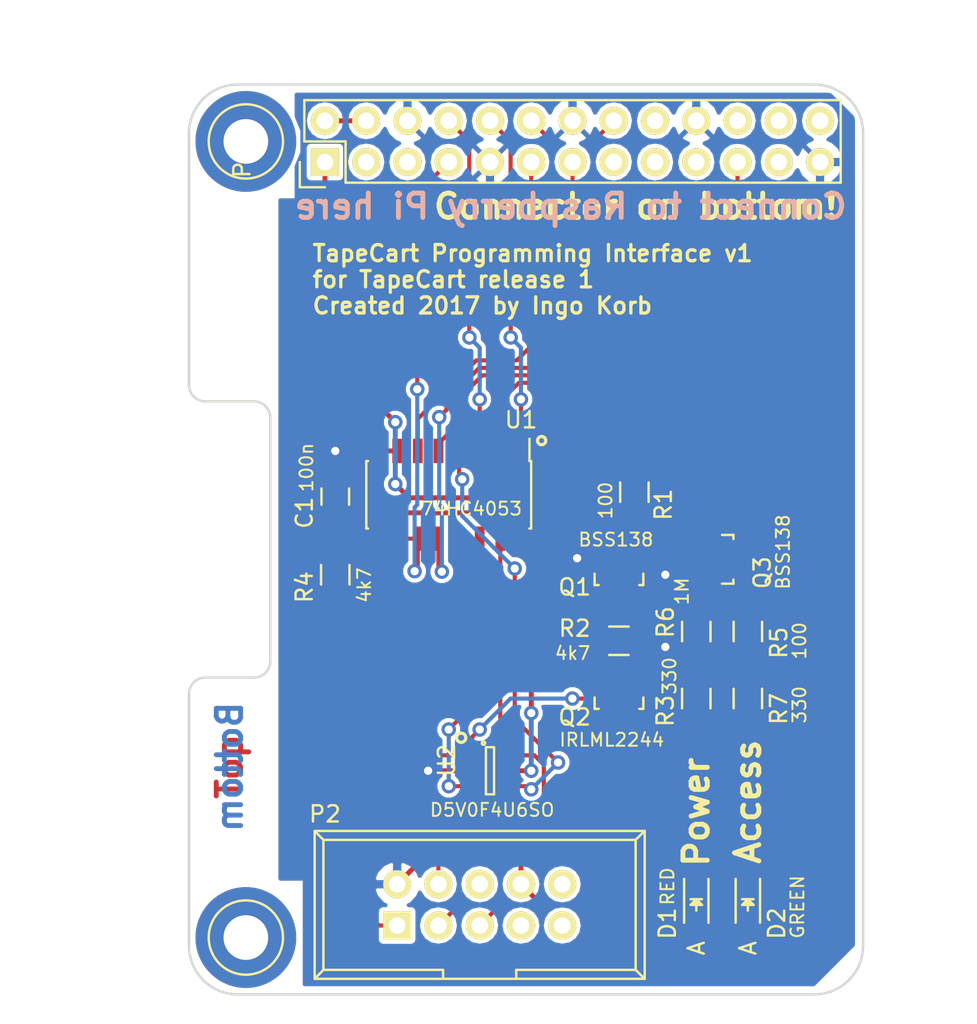
<source format=kicad_pcb>
(kicad_pcb (version 4) (host pcbnew 4.0.5)

  (general
    (links 50)
    (no_connects 0)
    (area 17.150001 17.3 81.35 80.0612)
    (thickness 1.6)
    (drawings 31)
    (tracks 228)
    (zones 0)
    (modules 19)
    (nets 38)
  )

  (page A4)
  (layers
    (0 F.Cu signal)
    (31 B.Cu signal)
    (32 B.Adhes user)
    (33 F.Adhes user)
    (34 B.Paste user)
    (35 F.Paste user)
    (36 B.SilkS user)
    (37 F.SilkS user)
    (38 B.Mask user)
    (39 F.Mask user)
    (40 Dwgs.User user)
    (41 Cmts.User user)
    (42 Eco1.User user)
    (43 Eco2.User user)
    (44 Edge.Cuts user)
    (45 Margin user)
    (46 B.CrtYd user)
    (47 F.CrtYd user)
    (48 B.Fab user)
    (49 F.Fab user)
  )

  (setup
    (last_trace_width 0.254)
    (trace_clearance 0.2032)
    (zone_clearance 0.254)
    (zone_45_only no)
    (trace_min 0.2032)
    (segment_width 0.2)
    (edge_width 0.15)
    (via_size 0.889)
    (via_drill 0.508)
    (via_min_size 0.4)
    (via_min_drill 0.3)
    (uvia_size 0.3)
    (uvia_drill 0.1)
    (uvias_allowed no)
    (uvia_min_size 0.2)
    (uvia_min_drill 0.1)
    (pcb_text_width 0.3)
    (pcb_text_size 1.5 1.5)
    (mod_edge_width 0.15)
    (mod_text_size 1 1)
    (mod_text_width 0.15)
    (pad_size 1.7272 1.7272)
    (pad_drill 1.016)
    (pad_to_mask_clearance 0.2)
    (aux_axis_origin 0 0)
    (grid_origin 37.37438 26.77038)
    (visible_elements 7FFFFFFF)
    (pcbplotparams
      (layerselection 0x010f0_80000001)
      (usegerberextensions true)
      (excludeedgelayer true)
      (linewidth 0.100000)
      (plotframeref false)
      (viasonmask false)
      (mode 1)
      (useauxorigin false)
      (hpglpennumber 1)
      (hpglpenspeed 20)
      (hpglpendiameter 15)
      (hpglpenoverlay 2)
      (psnegative false)
      (psa4output false)
      (plotreference true)
      (plotvalue true)
      (plotinvisibletext false)
      (padsonsilk false)
      (subtractmaskfromsilk false)
      (outputformat 1)
      (mirror false)
      (drillshape 0)
      (scaleselection 1)
      (outputdirectory gerber))
  )

  (net 0 "")
  (net 1 +3V3)
  (net 2 GND)
  (net 3 "Net-(Q1-Pad1)")
  (net 4 "Net-(Q1-Pad3)")
  (net 5 /TC_5V)
  (net 6 "Net-(Q3-Pad1)")
  (net 7 "Net-(Q3-Pad3)")
  (net 8 "Net-(D1-Pad1)")
  (net 9 "Net-(D2-Pad1)")
  (net 10 "Net-(P1-Pad3)")
  (net 11 "Net-(P1-Pad5)")
  (net 12 /PowerEn)
  (net 13 /Pi_Tx)
  (net 14 /Pi_Rx)
  (net 15 /Select)
  (net 16 /Pi_SRST)
  (net 17 /SignalEn)
  (net 18 "Net-(P1-Pad17)")
  (net 19 /Pi_SWDIO)
  (net 20 "Net-(P1-Pad19)")
  (net 21 /Pi_SWCLK)
  (net 22 "Net-(P1-Pad23)")
  (net 23 "Net-(P1-Pad24)")
  (net 24 "Net-(P1-Pad26)")
  (net 25 /TC_LED)
  (net 26 /TC_Rx_SWDIO)
  (net 27 /TC_Reset)
  (net 28 /TC_Tx_SWCLK)
  (net 29 "Net-(P2-Pad6)")
  (net 30 "Net-(P2-Pad7)")
  (net 31 "Net-(P2-Pad9)")
  (net 32 "Net-(P2-Pad10)")
  (net 33 "Net-(R4-Pad2)")
  (net 34 /Pi_5V)
  (net 35 "Net-(P1-Pad15)")
  (net 36 "Net-(P1-Pad18)")
  (net 37 "Net-(P1-Pad22)")

  (net_class Default "This is the default net class."
    (clearance 0.2032)
    (trace_width 0.254)
    (via_dia 0.889)
    (via_drill 0.508)
    (uvia_dia 0.3)
    (uvia_drill 0.1)
    (add_net /Pi_Rx)
    (add_net /Pi_SRST)
    (add_net /Pi_SWCLK)
    (add_net /Pi_SWDIO)
    (add_net /Pi_Tx)
    (add_net /PowerEn)
    (add_net /Select)
    (add_net /SignalEn)
    (add_net /TC_LED)
    (add_net /TC_Reset)
    (add_net /TC_Rx_SWDIO)
    (add_net /TC_Tx_SWCLK)
    (add_net "Net-(D1-Pad1)")
    (add_net "Net-(D2-Pad1)")
    (add_net "Net-(P1-Pad15)")
    (add_net "Net-(P1-Pad17)")
    (add_net "Net-(P1-Pad18)")
    (add_net "Net-(P1-Pad19)")
    (add_net "Net-(P1-Pad22)")
    (add_net "Net-(P1-Pad23)")
    (add_net "Net-(P1-Pad24)")
    (add_net "Net-(P1-Pad26)")
    (add_net "Net-(P1-Pad3)")
    (add_net "Net-(P1-Pad5)")
    (add_net "Net-(P2-Pad10)")
    (add_net "Net-(P2-Pad6)")
    (add_net "Net-(P2-Pad7)")
    (add_net "Net-(P2-Pad9)")
    (add_net "Net-(Q1-Pad1)")
    (add_net "Net-(Q1-Pad3)")
    (add_net "Net-(Q3-Pad1)")
    (add_net "Net-(Q3-Pad3)")
    (add_net "Net-(R4-Pad2)")
  )

  (net_class Power ""
    (clearance 0.2032)
    (trace_width 0.3048)
    (via_dia 0.889)
    (via_drill 0.508)
    (uvia_dia 0.3)
    (uvia_drill 0.1)
    (add_net +3V3)
    (add_net /Pi_5V)
    (add_net /TC_5V)
    (add_net GND)
  )

  (module Connect:IDC_Header_Straight_10pins (layer F.Cu) (tedit 0) (tstamp 58C31CC6)
    (at 41.815 73.76)
    (descr "10 pins through hole IDC header")
    (tags "IDC header socket VASCH")
    (path /58BDCBDD)
    (fp_text reference P2 (at -4.445 -6.858 180) (layer F.SilkS)
      (effects (font (size 1 1) (thickness 0.15)))
    )
    (fp_text value CONN_02X05 (at 5.08 5.223) (layer F.Fab)
      (effects (font (size 1 1) (thickness 0.15)))
    )
    (fp_line (start -5.08 -5.82) (end 15.24 -5.82) (layer F.SilkS) (width 0.15))
    (fp_line (start -4.54 -5.27) (end 14.68 -5.27) (layer F.SilkS) (width 0.15))
    (fp_line (start -5.08 3.28) (end 15.24 3.28) (layer F.SilkS) (width 0.15))
    (fp_line (start -4.54 2.73) (end 2.83 2.73) (layer F.SilkS) (width 0.15))
    (fp_line (start 7.33 2.73) (end 14.68 2.73) (layer F.SilkS) (width 0.15))
    (fp_line (start 2.83 2.73) (end 2.83 3.28) (layer F.SilkS) (width 0.15))
    (fp_line (start 7.33 2.73) (end 7.33 3.28) (layer F.SilkS) (width 0.15))
    (fp_line (start -5.08 -5.82) (end -5.08 3.28) (layer F.SilkS) (width 0.15))
    (fp_line (start -4.54 -5.27) (end -4.54 2.73) (layer F.SilkS) (width 0.15))
    (fp_line (start 15.24 -5.82) (end 15.24 3.28) (layer F.SilkS) (width 0.15))
    (fp_line (start 14.68 -5.27) (end 14.68 2.73) (layer F.SilkS) (width 0.15))
    (fp_line (start -5.08 -5.82) (end -4.54 -5.27) (layer F.SilkS) (width 0.15))
    (fp_line (start 15.24 -5.82) (end 14.68 -5.27) (layer F.SilkS) (width 0.15))
    (fp_line (start -5.08 3.28) (end -4.54 2.73) (layer F.SilkS) (width 0.15))
    (fp_line (start 15.24 3.28) (end 14.68 2.73) (layer F.SilkS) (width 0.15))
    (fp_line (start -5.35 -6.05) (end 15.5 -6.05) (layer F.CrtYd) (width 0.05))
    (fp_line (start 15.5 -6.05) (end 15.5 3.55) (layer F.CrtYd) (width 0.05))
    (fp_line (start 15.5 3.55) (end -5.35 3.55) (layer F.CrtYd) (width 0.05))
    (fp_line (start -5.35 3.55) (end -5.35 -6.05) (layer F.CrtYd) (width 0.05))
    (pad 1 thru_hole rect (at 0 0) (size 1.7272 1.7272) (drill 1.016) (layers *.Cu *.Mask F.SilkS)
      (net 25 /TC_LED))
    (pad 2 thru_hole oval (at 0 -2.54) (size 1.7272 1.7272) (drill 1.016) (layers *.Cu *.Mask F.SilkS)
      (net 2 GND))
    (pad 3 thru_hole oval (at 2.54 0) (size 1.7272 1.7272) (drill 1.016) (layers *.Cu *.Mask F.SilkS)
      (net 26 /TC_Rx_SWDIO))
    (pad 4 thru_hole oval (at 2.54 -2.54) (size 1.7272 1.7272) (drill 1.016) (layers *.Cu *.Mask F.SilkS)
      (net 27 /TC_Reset))
    (pad 5 thru_hole oval (at 5.08 0) (size 1.7272 1.7272) (drill 1.016) (layers *.Cu *.Mask F.SilkS)
      (net 28 /TC_Tx_SWCLK))
    (pad 6 thru_hole oval (at 5.08 -2.54) (size 1.7272 1.7272) (drill 1.016) (layers *.Cu *.Mask F.SilkS)
      (net 29 "Net-(P2-Pad6)"))
    (pad 7 thru_hole oval (at 7.62 0) (size 1.7272 1.7272) (drill 1.016) (layers *.Cu *.Mask F.SilkS)
      (net 30 "Net-(P2-Pad7)"))
    (pad 8 thru_hole oval (at 7.62 -2.54) (size 1.7272 1.7272) (drill 1.016) (layers *.Cu *.Mask F.SilkS)
      (net 5 /TC_5V))
    (pad 9 thru_hole oval (at 10.16 0) (size 1.7272 1.7272) (drill 1.016) (layers *.Cu *.Mask F.SilkS)
      (net 31 "Net-(P2-Pad9)"))
    (pad 10 thru_hole oval (at 10.16 -2.54) (size 1.7272 1.7272) (drill 1.016) (layers *.Cu *.Mask F.SilkS)
      (net 32 "Net-(P2-Pad10)"))
  )

  (module Resistors_SMD:R_0805 (layer F.Cu) (tedit 58F20100) (tstamp 58C31CE4)
    (at 63.405 55.665 90)
    (descr "Resistor SMD 0805, reflow soldering, Vishay (see dcrcw.pdf)")
    (tags "resistor 0805")
    (path /58C08D31)
    (attr smd)
    (fp_text reference R5 (at -0.69638 1.90938 90) (layer F.SilkS)
      (effects (font (size 1 1) (thickness 0.15)))
    )
    (fp_text value 100 (at -0.56938 3.17938 90) (layer F.SilkS)
      (effects (font (size 0.8 0.8) (thickness 0.12)))
    )
    (fp_line (start -1.6 -1) (end 1.6 -1) (layer F.CrtYd) (width 0.05))
    (fp_line (start -1.6 1) (end 1.6 1) (layer F.CrtYd) (width 0.05))
    (fp_line (start -1.6 -1) (end -1.6 1) (layer F.CrtYd) (width 0.05))
    (fp_line (start 1.6 -1) (end 1.6 1) (layer F.CrtYd) (width 0.05))
    (fp_line (start 0.6 0.875) (end -0.6 0.875) (layer F.SilkS) (width 0.15))
    (fp_line (start -0.6 -0.875) (end 0.6 -0.875) (layer F.SilkS) (width 0.15))
    (pad 1 smd rect (at -0.95 0 90) (size 0.7 1.3) (layers F.Cu F.Paste F.Mask)
      (net 25 /TC_LED))
    (pad 2 smd rect (at 0.95 0 90) (size 0.7 1.3) (layers F.Cu F.Paste F.Mask)
      (net 6 "Net-(Q3-Pad1)"))
    (model Resistors_SMD.3dshapes/R_0805.wrl
      (at (xyz 0 0 0))
      (scale (xyz 1 1 1))
      (rotate (xyz 0 0 0))
    )
  )

  (module Connect:1pin locked (layer F.Cu) (tedit 58C32598) (tstamp 58C32589)
    (at 32.5 74.5)
    (descr "module 1 pin (ou trou mecanique de percage)")
    (tags DEV)
    (fp_text reference HOLE2 (at 0 -3.048) (layer F.SilkS) hide
      (effects (font (size 1 1) (thickness 0.15)))
    )
    (fp_text value 1pin (at 0 2.794) (layer F.Fab) hide
      (effects (font (size 1 1) (thickness 0.15)))
    )
    (fp_circle (center 0 0) (end 0 -2.286) (layer F.SilkS) (width 0.15))
    (pad "" np_thru_hole circle (at 0 0) (size 6.2 6.2) (drill 2.75) (layers *.Cu *.Mask))
  )

  (module TO_SOT_Packages_SMD:SOT-23 (layer F.Cu) (tedit 58F200F5) (tstamp 58C31933)
    (at 55.47 52.15476 180)
    (descr "SOT-23, Standard")
    (tags SOT-23)
    (path /58BDCA03)
    (attr smd)
    (fp_text reference Q1 (at 2.72862 -0.77762 180) (layer F.SilkS)
      (effects (font (size 1 1) (thickness 0.15)))
    )
    (fp_text value BSS138 (at -10.09838 1.38138 270) (layer F.SilkS)
      (effects (font (size 0.8 0.8) (thickness 0.12)))
    )
    (fp_line (start -1.65 -1.6) (end 1.65 -1.6) (layer F.CrtYd) (width 0.05))
    (fp_line (start 1.65 -1.6) (end 1.65 1.6) (layer F.CrtYd) (width 0.05))
    (fp_line (start 1.65 1.6) (end -1.65 1.6) (layer F.CrtYd) (width 0.05))
    (fp_line (start -1.65 1.6) (end -1.65 -1.6) (layer F.CrtYd) (width 0.05))
    (fp_line (start 1.29916 -0.65024) (end 1.2509 -0.65024) (layer F.SilkS) (width 0.15))
    (fp_line (start -1.49982 0.0508) (end -1.49982 -0.65024) (layer F.SilkS) (width 0.15))
    (fp_line (start -1.49982 -0.65024) (end -1.2509 -0.65024) (layer F.SilkS) (width 0.15))
    (fp_line (start 1.29916 -0.65024) (end 1.49982 -0.65024) (layer F.SilkS) (width 0.15))
    (fp_line (start 1.49982 -0.65024) (end 1.49982 0.0508) (layer F.SilkS) (width 0.15))
    (pad 1 smd rect (at -0.95 1.00076 180) (size 0.8001 0.8001) (layers F.Cu F.Paste F.Mask)
      (net 3 "Net-(Q1-Pad1)"))
    (pad 2 smd rect (at 0.95 1.00076 180) (size 0.8001 0.8001) (layers F.Cu F.Paste F.Mask)
      (net 2 GND))
    (pad 3 smd rect (at 0 -0.99822 180) (size 0.8001 0.8001) (layers F.Cu F.Paste F.Mask)
      (net 4 "Net-(Q1-Pad3)"))
    (model TO_SOT_Packages_SMD.3dshapes/SOT-23.wrl
      (at (xyz 0 0 0))
      (scale (xyz 1 1 1))
      (rotate (xyz 0 0 0))
    )
  )

  (module TO_SOT_Packages_SMD:SOT-23 (layer F.Cu) (tedit 58F20155) (tstamp 58C31943)
    (at 55.47 59.77476 180)
    (descr "SOT-23, Standard")
    (tags SOT-23)
    (path /58BF1A19)
    (attr smd)
    (fp_text reference Q2 (at 2.72862 -1.15862 180) (layer F.SilkS)
      (effects (font (size 1 1) (thickness 0.15)))
    )
    (fp_text value IRLML2244 (at 0.44262 -2.55562 180) (layer F.SilkS)
      (effects (font (size 0.8 0.8) (thickness 0.12)))
    )
    (fp_line (start -1.65 -1.6) (end 1.65 -1.6) (layer F.CrtYd) (width 0.05))
    (fp_line (start 1.65 -1.6) (end 1.65 1.6) (layer F.CrtYd) (width 0.05))
    (fp_line (start 1.65 1.6) (end -1.65 1.6) (layer F.CrtYd) (width 0.05))
    (fp_line (start -1.65 1.6) (end -1.65 -1.6) (layer F.CrtYd) (width 0.05))
    (fp_line (start 1.29916 -0.65024) (end 1.2509 -0.65024) (layer F.SilkS) (width 0.15))
    (fp_line (start -1.49982 0.0508) (end -1.49982 -0.65024) (layer F.SilkS) (width 0.15))
    (fp_line (start -1.49982 -0.65024) (end -1.2509 -0.65024) (layer F.SilkS) (width 0.15))
    (fp_line (start 1.29916 -0.65024) (end 1.49982 -0.65024) (layer F.SilkS) (width 0.15))
    (fp_line (start 1.49982 -0.65024) (end 1.49982 0.0508) (layer F.SilkS) (width 0.15))
    (pad 1 smd rect (at -0.95 1.00076 180) (size 0.8001 0.8001) (layers F.Cu F.Paste F.Mask)
      (net 4 "Net-(Q1-Pad3)"))
    (pad 2 smd rect (at 0.95 1.00076 180) (size 0.8001 0.8001) (layers F.Cu F.Paste F.Mask)
      (net 34 /Pi_5V))
    (pad 3 smd rect (at 0 -0.99822 180) (size 0.8001 0.8001) (layers F.Cu F.Paste F.Mask)
      (net 5 /TC_5V))
    (model TO_SOT_Packages_SMD.3dshapes/SOT-23.wrl
      (at (xyz 0 0 0))
      (scale (xyz 1 1 1))
      (rotate (xyz 0 0 0))
    )
  )

  (module Housings_SOIC:SOIC-16_3.9x9.9mm_Pitch1.27mm (layer F.Cu) (tedit 58F201B6) (tstamp 58C31D04)
    (at 44.99 47.25 270)
    (descr "16-Lead Plastic Small Outline (SL) - Narrow, 3.90 mm Body [SOIC] (see Microchip Packaging Specification 00000049BS.pdf)")
    (tags "SOIC 1.27")
    (path /58BDCAAD)
    (attr smd)
    (fp_text reference U1 (at -4.60462 -4.44938 360) (layer F.SilkS)
      (effects (font (size 1 1) (thickness 0.15)))
    )
    (fp_text value 74HC4053 (at 0.85638 -1.40138 360) (layer F.SilkS)
      (effects (font (size 0.8 0.8) (thickness 0.12)))
    )
    (fp_line (start -3.7 -5.25) (end -3.7 5.25) (layer F.CrtYd) (width 0.05))
    (fp_line (start 3.7 -5.25) (end 3.7 5.25) (layer F.CrtYd) (width 0.05))
    (fp_line (start -3.7 -5.25) (end 3.7 -5.25) (layer F.CrtYd) (width 0.05))
    (fp_line (start -3.7 5.25) (end 3.7 5.25) (layer F.CrtYd) (width 0.05))
    (fp_line (start -2.075 -5.075) (end -2.075 -4.97) (layer F.SilkS) (width 0.15))
    (fp_line (start 2.075 -5.075) (end 2.075 -4.97) (layer F.SilkS) (width 0.15))
    (fp_line (start 2.075 5.075) (end 2.075 4.97) (layer F.SilkS) (width 0.15))
    (fp_line (start -2.075 5.075) (end -2.075 4.97) (layer F.SilkS) (width 0.15))
    (fp_line (start -2.075 -5.075) (end 2.075 -5.075) (layer F.SilkS) (width 0.15))
    (fp_line (start -2.075 5.075) (end 2.075 5.075) (layer F.SilkS) (width 0.15))
    (fp_line (start -2.075 -4.97) (end -3.45 -4.97) (layer F.SilkS) (width 0.15))
    (pad 1 smd rect (at -2.7 -4.445 270) (size 1.5 0.6) (layers F.Cu F.Paste F.Mask)
      (net 14 /Pi_Rx))
    (pad 2 smd rect (at -2.7 -3.175 270) (size 1.5 0.6) (layers F.Cu F.Paste F.Mask)
      (net 21 /Pi_SWCLK))
    (pad 3 smd rect (at -2.7 -1.905 270) (size 1.5 0.6) (layers F.Cu F.Paste F.Mask)
      (net 13 /Pi_Tx))
    (pad 4 smd rect (at -2.7 -0.635 270) (size 1.5 0.6) (layers F.Cu F.Paste F.Mask)
      (net 26 /TC_Rx_SWDIO))
    (pad 5 smd rect (at -2.7 0.635 270) (size 1.5 0.6) (layers F.Cu F.Paste F.Mask)
      (net 19 /Pi_SWDIO))
    (pad 6 smd rect (at -2.7 1.905 270) (size 1.5 0.6) (layers F.Cu F.Paste F.Mask)
      (net 17 /SignalEn))
    (pad 7 smd rect (at -2.7 3.175 270) (size 1.5 0.6) (layers F.Cu F.Paste F.Mask)
      (net 2 GND))
    (pad 8 smd rect (at -2.7 4.445 270) (size 1.5 0.6) (layers F.Cu F.Paste F.Mask)
      (net 2 GND))
    (pad 9 smd rect (at 2.7 4.445 270) (size 1.5 0.6) (layers F.Cu F.Paste F.Mask)
      (net 15 /Select))
    (pad 10 smd rect (at 2.7 3.175 270) (size 1.5 0.6) (layers F.Cu F.Paste F.Mask)
      (net 15 /Select))
    (pad 11 smd rect (at 2.7 1.905 270) (size 1.5 0.6) (layers F.Cu F.Paste F.Mask)
      (net 15 /Select))
    (pad 12 smd rect (at 2.7 0.635 270) (size 1.5 0.6) (layers F.Cu F.Paste F.Mask)
      (net 16 /Pi_SRST))
    (pad 13 smd rect (at 2.7 -0.635 270) (size 1.5 0.6) (layers F.Cu F.Paste F.Mask)
      (net 33 "Net-(R4-Pad2)"))
    (pad 14 smd rect (at 2.7 -1.905 270) (size 1.5 0.6) (layers F.Cu F.Paste F.Mask)
      (net 27 /TC_Reset))
    (pad 15 smd rect (at 2.7 -3.175 270) (size 1.5 0.6) (layers F.Cu F.Paste F.Mask)
      (net 28 /TC_Tx_SWCLK))
    (pad 16 smd rect (at 2.7 -4.445 270) (size 1.5 0.6) (layers F.Cu F.Paste F.Mask)
      (net 1 +3V3))
    (model Housings_SOIC.3dshapes/SOIC-16_3.9x9.9mm_Pitch1.27mm.wrl
      (at (xyz 0 0 0))
      (scale (xyz 1 1 1))
      (rotate (xyz 0 0 0))
    )
  )

  (module Resistors_SMD:R_0805 (layer F.Cu) (tedit 58F201C2) (tstamp 58C31CCC)
    (at 56.42 47.09 90)
    (descr "Resistor SMD 0805, reflow soldering, Vishay (see dcrcw.pdf)")
    (tags "resistor 0805")
    (path /58BDCD50)
    (attr smd)
    (fp_text reference R1 (at -0.76238 1.78238 90) (layer F.SilkS)
      (effects (font (size 1 1) (thickness 0.15)))
    )
    (fp_text value 100 (at -0.50838 -1.77362 90) (layer F.SilkS)
      (effects (font (size 0.8 0.8) (thickness 0.12)))
    )
    (fp_line (start -1.6 -1) (end 1.6 -1) (layer F.CrtYd) (width 0.05))
    (fp_line (start -1.6 1) (end 1.6 1) (layer F.CrtYd) (width 0.05))
    (fp_line (start -1.6 -1) (end -1.6 1) (layer F.CrtYd) (width 0.05))
    (fp_line (start 1.6 -1) (end 1.6 1) (layer F.CrtYd) (width 0.05))
    (fp_line (start 0.6 0.875) (end -0.6 0.875) (layer F.SilkS) (width 0.15))
    (fp_line (start -0.6 -0.875) (end 0.6 -0.875) (layer F.SilkS) (width 0.15))
    (pad 1 smd rect (at -0.95 0 90) (size 0.7 1.3) (layers F.Cu F.Paste F.Mask)
      (net 3 "Net-(Q1-Pad1)"))
    (pad 2 smd rect (at 0.95 0 90) (size 0.7 1.3) (layers F.Cu F.Paste F.Mask)
      (net 12 /PowerEn))
    (model Resistors_SMD.3dshapes/R_0805.wrl
      (at (xyz 0 0 0))
      (scale (xyz 1 1 1))
      (rotate (xyz 0 0 0))
    )
  )

  (module TO_SOT_Packages_SMD:SOT-23 (layer F.Cu) (tedit 58F200EA) (tstamp 58C31953)
    (at 61.86576 51.22 270)
    (descr "SOT-23, Standard")
    (tags SOT-23)
    (path /58C08DE3)
    (attr smd)
    (fp_text reference Q3 (at 0.823 -2.42824 270) (layer F.SilkS)
      (effects (font (size 1 1) (thickness 0.15)))
    )
    (fp_text value BSS138 (at -1.20862 6.58438 360) (layer F.SilkS)
      (effects (font (size 0.8 0.8) (thickness 0.12)))
    )
    (fp_line (start -1.65 -1.6) (end 1.65 -1.6) (layer F.CrtYd) (width 0.05))
    (fp_line (start 1.65 -1.6) (end 1.65 1.6) (layer F.CrtYd) (width 0.05))
    (fp_line (start 1.65 1.6) (end -1.65 1.6) (layer F.CrtYd) (width 0.05))
    (fp_line (start -1.65 1.6) (end -1.65 -1.6) (layer F.CrtYd) (width 0.05))
    (fp_line (start 1.29916 -0.65024) (end 1.2509 -0.65024) (layer F.SilkS) (width 0.15))
    (fp_line (start -1.49982 0.0508) (end -1.49982 -0.65024) (layer F.SilkS) (width 0.15))
    (fp_line (start -1.49982 -0.65024) (end -1.2509 -0.65024) (layer F.SilkS) (width 0.15))
    (fp_line (start 1.29916 -0.65024) (end 1.49982 -0.65024) (layer F.SilkS) (width 0.15))
    (fp_line (start 1.49982 -0.65024) (end 1.49982 0.0508) (layer F.SilkS) (width 0.15))
    (pad 1 smd rect (at -0.95 1.00076 270) (size 0.8001 0.8001) (layers F.Cu F.Paste F.Mask)
      (net 6 "Net-(Q3-Pad1)"))
    (pad 2 smd rect (at 0.95 1.00076 270) (size 0.8001 0.8001) (layers F.Cu F.Paste F.Mask)
      (net 2 GND))
    (pad 3 smd rect (at 0 -0.99822 270) (size 0.8001 0.8001) (layers F.Cu F.Paste F.Mask)
      (net 7 "Net-(Q3-Pad3)"))
    (model TO_SOT_Packages_SMD.3dshapes/SOT-23.wrl
      (at (xyz 0 0 0))
      (scale (xyz 1 1 1))
      (rotate (xyz 0 0 0))
    )
  )

  (module LEDs:LED_0805 (layer F.Cu) (tedit 58F2015C) (tstamp 58C31C94)
    (at 60.23 72.49 270)
    (descr "LED 0805 smd package")
    (tags "LED 0805 SMD")
    (path /58BDCE23)
    (attr smd)
    (fp_text reference D1 (at 1.14338 1.778 450) (layer F.SilkS)
      (effects (font (size 1 1) (thickness 0.15)))
    )
    (fp_text value RED (at -1.14262 1.77362 270) (layer F.SilkS)
      (effects (font (size 0.8 0.8) (thickness 0.12)))
    )
    (fp_line (start -1.6 0.75) (end 1.1 0.75) (layer F.SilkS) (width 0.15))
    (fp_line (start -1.6 -0.75) (end 1.1 -0.75) (layer F.SilkS) (width 0.15))
    (fp_line (start -0.1 0.15) (end -0.1 -0.1) (layer F.SilkS) (width 0.15))
    (fp_line (start -0.1 -0.1) (end -0.25 0.05) (layer F.SilkS) (width 0.15))
    (fp_line (start -0.35 -0.35) (end -0.35 0.35) (layer F.SilkS) (width 0.15))
    (fp_line (start 0 0) (end 0.35 0) (layer F.SilkS) (width 0.15))
    (fp_line (start -0.35 0) (end 0 -0.35) (layer F.SilkS) (width 0.15))
    (fp_line (start 0 -0.35) (end 0 0.35) (layer F.SilkS) (width 0.15))
    (fp_line (start 0 0.35) (end -0.35 0) (layer F.SilkS) (width 0.15))
    (fp_line (start 1.9 -0.95) (end 1.9 0.95) (layer F.CrtYd) (width 0.05))
    (fp_line (start 1.9 0.95) (end -1.9 0.95) (layer F.CrtYd) (width 0.05))
    (fp_line (start -1.9 0.95) (end -1.9 -0.95) (layer F.CrtYd) (width 0.05))
    (fp_line (start -1.9 -0.95) (end 1.9 -0.95) (layer F.CrtYd) (width 0.05))
    (pad 2 smd rect (at 1.04902 0 90) (size 1.19888 1.19888) (layers F.Cu F.Paste F.Mask)
      (net 5 /TC_5V))
    (pad 1 smd rect (at -1.04902 0 90) (size 1.19888 1.19888) (layers F.Cu F.Paste F.Mask)
      (net 8 "Net-(D1-Pad1)"))
    (model LEDs.3dshapes/LED_0805.wrl
      (at (xyz 0 0 0))
      (scale (xyz 1 1 1))
      (rotate (xyz 0 0 0))
    )
  )

  (module LEDs:LED_0805 (layer F.Cu) (tedit 58F20162) (tstamp 58C31C9A)
    (at 63.405 72.49 270)
    (descr "LED 0805 smd package")
    (tags "LED 0805 SMD")
    (path /58C08D72)
    (attr smd)
    (fp_text reference D2 (at 1.14338 -1.778 450) (layer F.SilkS)
      (effects (font (size 1 1) (thickness 0.15)))
    )
    (fp_text value GREEN (at 0.12738 -3.05238 270) (layer F.SilkS)
      (effects (font (size 0.8 0.8) (thickness 0.12)))
    )
    (fp_line (start -1.6 0.75) (end 1.1 0.75) (layer F.SilkS) (width 0.15))
    (fp_line (start -1.6 -0.75) (end 1.1 -0.75) (layer F.SilkS) (width 0.15))
    (fp_line (start -0.1 0.15) (end -0.1 -0.1) (layer F.SilkS) (width 0.15))
    (fp_line (start -0.1 -0.1) (end -0.25 0.05) (layer F.SilkS) (width 0.15))
    (fp_line (start -0.35 -0.35) (end -0.35 0.35) (layer F.SilkS) (width 0.15))
    (fp_line (start 0 0) (end 0.35 0) (layer F.SilkS) (width 0.15))
    (fp_line (start -0.35 0) (end 0 -0.35) (layer F.SilkS) (width 0.15))
    (fp_line (start 0 -0.35) (end 0 0.35) (layer F.SilkS) (width 0.15))
    (fp_line (start 0 0.35) (end -0.35 0) (layer F.SilkS) (width 0.15))
    (fp_line (start 1.9 -0.95) (end 1.9 0.95) (layer F.CrtYd) (width 0.05))
    (fp_line (start 1.9 0.95) (end -1.9 0.95) (layer F.CrtYd) (width 0.05))
    (fp_line (start -1.9 0.95) (end -1.9 -0.95) (layer F.CrtYd) (width 0.05))
    (fp_line (start -1.9 -0.95) (end 1.9 -0.95) (layer F.CrtYd) (width 0.05))
    (pad 2 smd rect (at 1.04902 0 90) (size 1.19888 1.19888) (layers F.Cu F.Paste F.Mask)
      (net 5 /TC_5V))
    (pad 1 smd rect (at -1.04902 0 90) (size 1.19888 1.19888) (layers F.Cu F.Paste F.Mask)
      (net 9 "Net-(D2-Pad1)"))
    (model LEDs.3dshapes/LED_0805.wrl
      (at (xyz 0 0 0))
      (scale (xyz 1 1 1))
      (rotate (xyz 0 0 0))
    )
  )

  (module Pin_Headers:Pin_Header_Straight_2x13 locked (layer F.Cu) (tedit 58C32836) (tstamp 58C31CB8)
    (at 37.37 26.77 90)
    (descr "Through hole pin header")
    (tags "pin header")
    (path /58BDCB0E)
    (fp_text reference P1 (at 0 -5.1 90) (layer F.SilkS)
      (effects (font (size 1 1) (thickness 0.15)))
    )
    (fp_text value CONN_02X13 (at 0 -3.1 90) (layer F.Fab) hide
      (effects (font (size 1 1) (thickness 0.15)))
    )
    (fp_line (start -1.75 -1.75) (end -1.75 32.25) (layer F.CrtYd) (width 0.05))
    (fp_line (start 4.3 -1.75) (end 4.3 32.25) (layer F.CrtYd) (width 0.05))
    (fp_line (start -1.75 -1.75) (end 4.3 -1.75) (layer F.CrtYd) (width 0.05))
    (fp_line (start -1.75 32.25) (end 4.3 32.25) (layer F.CrtYd) (width 0.05))
    (fp_line (start 3.81 -1.27) (end 3.81 31.75) (layer F.SilkS) (width 0.15))
    (fp_line (start -1.27 1.27) (end -1.27 31.75) (layer F.SilkS) (width 0.15))
    (fp_line (start 3.81 31.75) (end -1.27 31.75) (layer F.SilkS) (width 0.15))
    (fp_line (start 3.81 -1.27) (end 1.27 -1.27) (layer F.SilkS) (width 0.15))
    (fp_line (start 0 -1.55) (end -1.55 -1.55) (layer F.SilkS) (width 0.15))
    (fp_line (start 1.27 -1.27) (end 1.27 1.27) (layer F.SilkS) (width 0.15))
    (fp_line (start 1.27 1.27) (end -1.27 1.27) (layer F.SilkS) (width 0.15))
    (fp_line (start -1.55 -1.55) (end -1.55 0) (layer F.SilkS) (width 0.15))
    (pad 1 thru_hole rect (at 0 0 90) (size 1.7272 1.7272) (drill 1.016) (layers *.Cu *.Mask F.SilkS)
      (net 1 +3V3))
    (pad 2 thru_hole oval (at 2.54 0 90) (size 1.7272 1.7272) (drill 1.016) (layers *.Cu *.Mask F.SilkS)
      (net 34 /Pi_5V))
    (pad 3 thru_hole oval (at 0 2.54 90) (size 1.7272 1.7272) (drill 1.016) (layers *.Cu *.Mask F.SilkS)
      (net 10 "Net-(P1-Pad3)"))
    (pad 4 thru_hole oval (at 2.54 2.54 90) (size 1.7272 1.7272) (drill 1.016) (layers *.Cu *.Mask F.SilkS)
      (net 34 /Pi_5V))
    (pad 5 thru_hole oval (at 0 5.08 90) (size 1.7272 1.7272) (drill 1.016) (layers *.Cu *.Mask F.SilkS)
      (net 11 "Net-(P1-Pad5)"))
    (pad 6 thru_hole oval (at 2.54 5.08 90) (size 1.7272 1.7272) (drill 1.016) (layers *.Cu *.Mask F.SilkS)
      (net 2 GND))
    (pad 7 thru_hole oval (at 0 7.62 90) (size 1.7272 1.7272) (drill 1.016) (layers *.Cu *.Mask F.SilkS)
      (net 15 /Select))
    (pad 8 thru_hole oval (at 2.54 7.62 90) (size 1.7272 1.7272) (drill 1.016) (layers *.Cu *.Mask F.SilkS)
      (net 13 /Pi_Tx))
    (pad 9 thru_hole oval (at 0 10.16 90) (size 1.7272 1.7272) (drill 1.016) (layers *.Cu *.Mask F.SilkS)
      (net 2 GND))
    (pad 10 thru_hole oval (at 2.54 10.16 90) (size 1.7272 1.7272) (drill 1.016) (layers *.Cu *.Mask F.SilkS)
      (net 14 /Pi_Rx))
    (pad 11 thru_hole oval (at 0 12.7 90) (size 1.7272 1.7272) (drill 1.016) (layers *.Cu *.Mask F.SilkS)
      (net 17 /SignalEn))
    (pad 12 thru_hole oval (at 2.54 12.7 90) (size 1.7272 1.7272) (drill 1.016) (layers *.Cu *.Mask F.SilkS)
      (net 16 /Pi_SRST))
    (pad 13 thru_hole oval (at 0 15.24 90) (size 1.7272 1.7272) (drill 1.016) (layers *.Cu *.Mask F.SilkS)
      (net 19 /Pi_SWDIO))
    (pad 14 thru_hole oval (at 2.54 15.24 90) (size 1.7272 1.7272) (drill 1.016) (layers *.Cu *.Mask F.SilkS)
      (net 2 GND))
    (pad 15 thru_hole oval (at 0 17.78 90) (size 1.7272 1.7272) (drill 1.016) (layers *.Cu *.Mask F.SilkS)
      (net 35 "Net-(P1-Pad15)"))
    (pad 16 thru_hole oval (at 2.54 17.78 90) (size 1.7272 1.7272) (drill 1.016) (layers *.Cu *.Mask F.SilkS)
      (net 21 /Pi_SWCLK))
    (pad 17 thru_hole oval (at 0 20.32 90) (size 1.7272 1.7272) (drill 1.016) (layers *.Cu *.Mask F.SilkS)
      (net 18 "Net-(P1-Pad17)"))
    (pad 18 thru_hole oval (at 2.54 20.32 90) (size 1.7272 1.7272) (drill 1.016) (layers *.Cu *.Mask F.SilkS)
      (net 36 "Net-(P1-Pad18)"))
    (pad 19 thru_hole oval (at 0 22.86 90) (size 1.7272 1.7272) (drill 1.016) (layers *.Cu *.Mask F.SilkS)
      (net 20 "Net-(P1-Pad19)"))
    (pad 20 thru_hole oval (at 2.54 22.86 90) (size 1.7272 1.7272) (drill 1.016) (layers *.Cu *.Mask F.SilkS)
      (net 2 GND))
    (pad 21 thru_hole oval (at 0 25.4 90) (size 1.7272 1.7272) (drill 1.016) (layers *.Cu *.Mask F.SilkS)
      (net 12 /PowerEn))
    (pad 22 thru_hole oval (at 2.54 25.4 90) (size 1.7272 1.7272) (drill 1.016) (layers *.Cu *.Mask F.SilkS)
      (net 37 "Net-(P1-Pad22)"))
    (pad 23 thru_hole oval (at 0 27.94 90) (size 1.7272 1.7272) (drill 1.016) (layers *.Cu *.Mask F.SilkS)
      (net 22 "Net-(P1-Pad23)"))
    (pad 24 thru_hole oval (at 2.54 27.94 90) (size 1.7272 1.7272) (drill 1.016) (layers *.Cu *.Mask F.SilkS)
      (net 23 "Net-(P1-Pad24)"))
    (pad 25 thru_hole oval (at 0 30.48 90) (size 1.7272 1.7272) (drill 1.016) (layers *.Cu *.Mask F.SilkS)
      (net 2 GND))
    (pad 26 thru_hole oval (at 2.54 30.48 90) (size 1.7272 1.7272) (drill 1.016) (layers *.Cu *.Mask F.SilkS)
      (net 24 "Net-(P1-Pad26)"))
    (model Pin_Headers.3dshapes/Pin_Header_Straight_2x13.wrl
      (at (xyz 0.05 -0.6 0))
      (scale (xyz 1 1 1))
      (rotate (xyz 0 0 90))
    )
  )

  (module Resistors_SMD:R_0805 (layer F.Cu) (tedit 58F2014B) (tstamp 58C31CD2)
    (at 55.465 56.234 180)
    (descr "Resistor SMD 0805, reflow soldering, Vishay (see dcrcw.pdf)")
    (tags "resistor 0805")
    (path /58BDCD75)
    (attr smd)
    (fp_text reference R2 (at 2.72362 0.76162 360) (layer F.SilkS)
      (effects (font (size 1 1) (thickness 0.15)))
    )
    (fp_text value 4k7 (at 2.85062 -0.76238 180) (layer F.SilkS)
      (effects (font (size 0.8 0.8) (thickness 0.12)))
    )
    (fp_line (start -1.6 -1) (end 1.6 -1) (layer F.CrtYd) (width 0.05))
    (fp_line (start -1.6 1) (end 1.6 1) (layer F.CrtYd) (width 0.05))
    (fp_line (start -1.6 -1) (end -1.6 1) (layer F.CrtYd) (width 0.05))
    (fp_line (start 1.6 -1) (end 1.6 1) (layer F.CrtYd) (width 0.05))
    (fp_line (start 0.6 0.875) (end -0.6 0.875) (layer F.SilkS) (width 0.15))
    (fp_line (start -0.6 -0.875) (end 0.6 -0.875) (layer F.SilkS) (width 0.15))
    (pad 1 smd rect (at -0.95 0 180) (size 0.7 1.3) (layers F.Cu F.Paste F.Mask)
      (net 4 "Net-(Q1-Pad3)"))
    (pad 2 smd rect (at 0.95 0 180) (size 0.7 1.3) (layers F.Cu F.Paste F.Mask)
      (net 34 /Pi_5V))
    (model Resistors_SMD.3dshapes/R_0805.wrl
      (at (xyz 0 0 0))
      (scale (xyz 1 1 1))
      (rotate (xyz 0 0 0))
    )
  )

  (module Resistors_SMD:R_0805 (layer F.Cu) (tedit 58F20131) (tstamp 58C31CD8)
    (at 60.23 59.79 90)
    (descr "Resistor SMD 0805, reflow soldering, Vishay (see dcrcw.pdf)")
    (tags "resistor 0805")
    (path /58BDCC5C)
    (attr smd)
    (fp_text reference R3 (at -0.76238 -1.905 270) (layer F.SilkS)
      (effects (font (size 1 1) (thickness 0.15)))
    )
    (fp_text value 330 (at 1.39662 -1.64662 90) (layer F.SilkS)
      (effects (font (size 0.8 0.8) (thickness 0.12)))
    )
    (fp_line (start -1.6 -1) (end 1.6 -1) (layer F.CrtYd) (width 0.05))
    (fp_line (start -1.6 1) (end 1.6 1) (layer F.CrtYd) (width 0.05))
    (fp_line (start -1.6 -1) (end -1.6 1) (layer F.CrtYd) (width 0.05))
    (fp_line (start 1.6 -1) (end 1.6 1) (layer F.CrtYd) (width 0.05))
    (fp_line (start 0.6 0.875) (end -0.6 0.875) (layer F.SilkS) (width 0.15))
    (fp_line (start -0.6 -0.875) (end 0.6 -0.875) (layer F.SilkS) (width 0.15))
    (pad 1 smd rect (at -0.95 0 90) (size 0.7 1.3) (layers F.Cu F.Paste F.Mask)
      (net 8 "Net-(D1-Pad1)"))
    (pad 2 smd rect (at 0.95 0 90) (size 0.7 1.3) (layers F.Cu F.Paste F.Mask)
      (net 2 GND))
    (model Resistors_SMD.3dshapes/R_0805.wrl
      (at (xyz 0 0 0))
      (scale (xyz 1 1 1))
      (rotate (xyz 0 0 0))
    )
  )

  (module Resistors_SMD:R_0805 (layer F.Cu) (tedit 58F201A4) (tstamp 58C31CDE)
    (at 38.005 52.17 270)
    (descr "Resistor SMD 0805, reflow soldering, Vishay (see dcrcw.pdf)")
    (tags "resistor 0805")
    (path /58BF7E26)
    (attr smd)
    (fp_text reference R4 (at 0.76238 1.90062 270) (layer F.SilkS)
      (effects (font (size 1 1) (thickness 0.15)))
    )
    (fp_text value 4k7 (at 0.63538 -1.78238 270) (layer F.SilkS)
      (effects (font (size 0.8 0.8) (thickness 0.12)))
    )
    (fp_line (start -1.6 -1) (end 1.6 -1) (layer F.CrtYd) (width 0.05))
    (fp_line (start -1.6 1) (end 1.6 1) (layer F.CrtYd) (width 0.05))
    (fp_line (start -1.6 -1) (end -1.6 1) (layer F.CrtYd) (width 0.05))
    (fp_line (start 1.6 -1) (end 1.6 1) (layer F.CrtYd) (width 0.05))
    (fp_line (start 0.6 0.875) (end -0.6 0.875) (layer F.SilkS) (width 0.15))
    (fp_line (start -0.6 -0.875) (end 0.6 -0.875) (layer F.SilkS) (width 0.15))
    (pad 1 smd rect (at -0.95 0 270) (size 0.7 1.3) (layers F.Cu F.Paste F.Mask)
      (net 1 +3V3))
    (pad 2 smd rect (at 0.95 0 270) (size 0.7 1.3) (layers F.Cu F.Paste F.Mask)
      (net 33 "Net-(R4-Pad2)"))
    (model Resistors_SMD.3dshapes/R_0805.wrl
      (at (xyz 0 0 0))
      (scale (xyz 1 1 1))
      (rotate (xyz 0 0 0))
    )
  )

  (module Resistors_SMD:R_0805 (layer F.Cu) (tedit 58F200CF) (tstamp 58C31CEA)
    (at 60.23 55.665 270)
    (descr "Resistor SMD 0805, reflow soldering, Vishay (see dcrcw.pdf)")
    (tags "resistor 0805")
    (path /58C08E5C)
    (attr smd)
    (fp_text reference R6 (at -0.57362 1.90062 270) (layer F.SilkS)
      (effects (font (size 1 1) (thickness 0.15)))
    )
    (fp_text value 1M (at -2.47862 0.88462 450) (layer F.SilkS)
      (effects (font (size 0.8 0.8) (thickness 0.12)))
    )
    (fp_line (start -1.6 -1) (end 1.6 -1) (layer F.CrtYd) (width 0.05))
    (fp_line (start -1.6 1) (end 1.6 1) (layer F.CrtYd) (width 0.05))
    (fp_line (start -1.6 -1) (end -1.6 1) (layer F.CrtYd) (width 0.05))
    (fp_line (start 1.6 -1) (end 1.6 1) (layer F.CrtYd) (width 0.05))
    (fp_line (start 0.6 0.875) (end -0.6 0.875) (layer F.SilkS) (width 0.15))
    (fp_line (start -0.6 -0.875) (end 0.6 -0.875) (layer F.SilkS) (width 0.15))
    (pad 1 smd rect (at -0.95 0 270) (size 0.7 1.3) (layers F.Cu F.Paste F.Mask)
      (net 6 "Net-(Q3-Pad1)"))
    (pad 2 smd rect (at 0.95 0 270) (size 0.7 1.3) (layers F.Cu F.Paste F.Mask)
      (net 2 GND))
    (model Resistors_SMD.3dshapes/R_0805.wrl
      (at (xyz 0 0 0))
      (scale (xyz 1 1 1))
      (rotate (xyz 0 0 0))
    )
  )

  (module Resistors_SMD:R_0805 (layer F.Cu) (tedit 58F2010A) (tstamp 58C31CF0)
    (at 63.405 59.79 90)
    (descr "Resistor SMD 0805, reflow soldering, Vishay (see dcrcw.pdf)")
    (tags "resistor 0805")
    (path /58C08E8F)
    (attr smd)
    (fp_text reference R7 (at -0.635 1.905 270) (layer F.SilkS)
      (effects (font (size 1 1) (thickness 0.15)))
    )
    (fp_text value 330 (at -0.38138 3.17938 90) (layer F.SilkS)
      (effects (font (size 0.8 0.8) (thickness 0.12)))
    )
    (fp_line (start -1.6 -1) (end 1.6 -1) (layer F.CrtYd) (width 0.05))
    (fp_line (start -1.6 1) (end 1.6 1) (layer F.CrtYd) (width 0.05))
    (fp_line (start -1.6 -1) (end -1.6 1) (layer F.CrtYd) (width 0.05))
    (fp_line (start 1.6 -1) (end 1.6 1) (layer F.CrtYd) (width 0.05))
    (fp_line (start 0.6 0.875) (end -0.6 0.875) (layer F.SilkS) (width 0.15))
    (fp_line (start -0.6 -0.875) (end 0.6 -0.875) (layer F.SilkS) (width 0.15))
    (pad 1 smd rect (at -0.95 0 90) (size 0.7 1.3) (layers F.Cu F.Paste F.Mask)
      (net 9 "Net-(D2-Pad1)"))
    (pad 2 smd rect (at 0.95 0 90) (size 0.7 1.3) (layers F.Cu F.Paste F.Mask)
      (net 7 "Net-(Q3-Pad3)"))
    (model Resistors_SMD.3dshapes/R_0805.wrl
      (at (xyz 0 0 0))
      (scale (xyz 1 1 1))
      (rotate (xyz 0 0 0))
    )
  )

  (module Capacitors_SMD:C_0805 (layer F.Cu) (tedit 58F20194) (tstamp 58C31D14)
    (at 38.005 47.36 90)
    (descr "Capacitor SMD 0805, reflow soldering, AVX (see smccp.pdf)")
    (tags "capacitor 0805")
    (path /58BDCF2D)
    (attr smd)
    (fp_text reference C1 (at -1.00038 -1.90062 90) (layer F.SilkS)
      (effects (font (size 1 1) (thickness 0.15)))
    )
    (fp_text value 100n (at 1.79362 -1.77362 90) (layer F.SilkS)
      (effects (font (size 0.8 0.8) (thickness 0.12)))
    )
    (fp_line (start -1.8 -1) (end 1.8 -1) (layer F.CrtYd) (width 0.05))
    (fp_line (start -1.8 1) (end 1.8 1) (layer F.CrtYd) (width 0.05))
    (fp_line (start -1.8 -1) (end -1.8 1) (layer F.CrtYd) (width 0.05))
    (fp_line (start 1.8 -1) (end 1.8 1) (layer F.CrtYd) (width 0.05))
    (fp_line (start 0.5 -0.85) (end -0.5 -0.85) (layer F.SilkS) (width 0.15))
    (fp_line (start -0.5 0.85) (end 0.5 0.85) (layer F.SilkS) (width 0.15))
    (pad 1 smd rect (at -1 0 90) (size 1 1.25) (layers F.Cu F.Paste F.Mask)
      (net 1 +3V3))
    (pad 2 smd rect (at 1 0 90) (size 1 1.25) (layers F.Cu F.Paste F.Mask)
      (net 2 GND))
    (model Capacitors_SMD.3dshapes/C_0805.wrl
      (at (xyz 0 0 0))
      (scale (xyz 1 1 1))
      (rotate (xyz 0 0 0))
    )
  )

  (module Connect:1pin locked (layer F.Cu) (tedit 58C32529) (tstamp 58C3232A)
    (at 32.5 25.5)
    (descr "module 1 pin (ou trou mecanique de percage)")
    (tags DEV)
    (fp_text reference HOLE1 (at 0 -3.048) (layer F.SilkS) hide
      (effects (font (size 1 1) (thickness 0.15)))
    )
    (fp_text value 1pin (at 0 2.794) (layer F.Fab) hide
      (effects (font (size 1 1) (thickness 0.15)))
    )
    (fp_circle (center 0 0) (end 0 -2.286) (layer F.SilkS) (width 0.15))
    (pad "" np_thru_hole circle (at 0 0) (size 6.2 6.2) (drill 2.75) (layers *.Cu *.Mask))
  )

  (module TO_SOT_Packages_SMD:SOT-23-6 (layer F.Cu) (tedit 58F2003F) (tstamp 58C3EB62)
    (at 47.53 64.235)
    (descr "6-pin SOT-23 package")
    (tags SOT-23-6)
    (path /58C31323)
    (attr smd)
    (fp_text reference U2 (at -2.667 -0.635 90) (layer F.SilkS)
      (effects (font (size 1 1) (thickness 0.15)))
    )
    (fp_text value D5V0F4U6SO (at 0.13138 2.41338) (layer F.SilkS)
      (effects (font (size 0.8 0.8) (thickness 0.12)))
    )
    (fp_circle (center -0.4 -1.7) (end -0.3 -1.7) (layer F.SilkS) (width 0.15))
    (fp_line (start 0.25 -1.45) (end -0.25 -1.45) (layer F.SilkS) (width 0.15))
    (fp_line (start 0.25 1.45) (end 0.25 -1.45) (layer F.SilkS) (width 0.15))
    (fp_line (start -0.25 1.45) (end 0.25 1.45) (layer F.SilkS) (width 0.15))
    (fp_line (start -0.25 -1.45) (end -0.25 1.45) (layer F.SilkS) (width 0.15))
    (pad 1 smd rect (at -1.1 -0.95) (size 1.06 0.65) (layers F.Cu F.Paste F.Mask)
      (net 25 /TC_LED))
    (pad 2 smd rect (at -1.1 0) (size 1.06 0.65) (layers F.Cu F.Paste F.Mask)
      (net 2 GND))
    (pad 3 smd rect (at -1.1 0.95) (size 1.06 0.65) (layers F.Cu F.Paste F.Mask)
      (net 27 /TC_Reset))
    (pad 4 smd rect (at 1.1 0.95) (size 1.06 0.65) (layers F.Cu F.Paste F.Mask)
      (net 26 /TC_Rx_SWDIO))
    (pad 6 smd rect (at 1.1 -0.95) (size 1.06 0.65) (layers F.Cu F.Paste F.Mask)
      (net 28 /TC_Tx_SWCLK))
    (pad 5 smd rect (at 1.1 0) (size 1.06 0.65) (layers F.Cu F.Paste F.Mask)
      (net 1 +3V3))
    (model TO_SOT_Packages_SMD.3dshapes/SOT-23-6.wrl
      (at (xyz 0 0 0))
      (scale (xyz 1 1 1))
      (rotate (xyz 0 0 0))
    )
  )

  (gr_text A (at 63.40938 75.15738 90) (layer F.SilkS)
    (effects (font (size 1 1) (thickness 0.15)))
  )
  (gr_text A (at 60.23438 75.15738 90) (layer F.SilkS)
    (effects (font (size 1 1) (thickness 0.15)))
  )
  (gr_circle (center 45.75638 62.20338) (end 46.01038 62.33038) (layer F.SilkS) (width 0.2))
  (gr_circle (center 50.70938 43.91538) (end 50.96338 43.91538) (layer F.SilkS) (width 0.2))
  (gr_text "Connect to Raspberry Pi here" (at 52.5 29.5) (layer B.SilkS)
    (effects (font (size 1.5 1.5) (thickness 0.3)) (justify mirror))
  )
  (gr_text "TapeCart Programming Interface v1\nfor TapeCart release 1\nCreated 2017 by Ingo Korb" (at 36.5 34) (layer F.SilkS)
    (effects (font (size 1 1) (thickness 0.2)) (justify left))
  )
  (gr_text Bottom (at 31.5 64 90) (layer B.Cu)
    (effects (font (size 1.5 1.5) (thickness 0.3)) (justify mirror))
  )
  (gr_text Top (at 31.5 64 90) (layer F.Cu)
    (effects (font (size 1.5 1.5) (thickness 0.3)))
  )
  (dimension 56 (width 0.3) (layer Dwgs.User)
    (gr_text "56,000 mm" (at 74.85 50 270) (layer Dwgs.User)
      (effects (font (size 1.5 1.5) (thickness 0.3)))
    )
    (feature1 (pts (xy 71.5 78) (xy 76.2 78)))
    (feature2 (pts (xy 71.5 22) (xy 76.2 22)))
    (crossbar (pts (xy 73.5 22) (xy 73.5 78)))
    (arrow1a (pts (xy 73.5 78) (xy 72.913579 76.873496)))
    (arrow1b (pts (xy 73.5 78) (xy 74.086421 76.873496)))
    (arrow2a (pts (xy 73.5 22) (xy 72.913579 23.126504)))
    (arrow2b (pts (xy 73.5 22) (xy 74.086421 23.126504)))
  )
  (dimension 41.5 (width 0.3) (layer Dwgs.User)
    (gr_text "41,500 mm" (at 49.75 18.65) (layer Dwgs.User)
      (effects (font (size 1.5 1.5) (thickness 0.3)))
    )
    (feature1 (pts (xy 70.5 21) (xy 70.5 17.3)))
    (feature2 (pts (xy 29 21) (xy 29 17.3)))
    (crossbar (pts (xy 29 20) (xy 70.5 20)))
    (arrow1a (pts (xy 70.5 20) (xy 69.373496 20.586421)))
    (arrow1b (pts (xy 70.5 20) (xy 69.373496 19.413579)))
    (arrow2a (pts (xy 29 20) (xy 30.126504 20.586421)))
    (arrow2b (pts (xy 29 20) (xy 30.126504 19.413579)))
  )
  (gr_line (start 70.5 75) (end 70.5 25) (layer Edge.Cuts) (width 0.15))
  (gr_line (start 67.5 78) (end 32 78) (layer Edge.Cuts) (width 0.15))
  (gr_arc (start 67.5 75) (end 70.5 75) (angle 90) (layer Edge.Cuts) (width 0.15))
  (gr_line (start 32 22) (end 67.5 22) (layer Edge.Cuts) (width 0.15))
  (gr_arc (start 67.5 25) (end 67.5 22) (angle 90) (layer Edge.Cuts) (width 0.15))
  (gr_line (start 29 59.5) (end 29 75) (layer Edge.Cuts) (width 0.15))
  (gr_line (start 29 25) (end 29 40.5) (layer Edge.Cuts) (width 0.15))
  (gr_line (start 34 57.5) (end 34 42.5) (layer Edge.Cuts) (width 0.15))
  (gr_arc (start 33 57.5) (end 34 57.5) (angle 90) (layer Edge.Cuts) (width 0.15))
  (gr_line (start 30 58.5) (end 33 58.5) (layer Edge.Cuts) (width 0.15))
  (gr_arc (start 30 59.5) (end 29 59.5) (angle 90) (layer Edge.Cuts) (width 0.15))
  (gr_arc (start 33 42.5) (end 33 41.5) (angle 90) (layer Edge.Cuts) (width 0.15))
  (gr_line (start 30 41.5) (end 33 41.5) (layer Edge.Cuts) (width 0.15))
  (gr_arc (start 30 40.5) (end 30 41.5) (angle 90) (layer Edge.Cuts) (width 0.15))
  (gr_text Power (at 60.23 66.775 90) (layer F.SilkS)
    (effects (font (size 1.5 1.5) (thickness 0.3)))
  )
  (gr_text Access (at 63.405 66.14 90) (layer F.SilkS)
    (effects (font (size 1.5 1.5) (thickness 0.3)))
  )
  (dimension 19.5 (width 0.3) (layer Dwgs.User)
    (gr_text "19,500 mm" (at 24.65 31.75 270) (layer Dwgs.User) (tstamp 58C3309A)
      (effects (font (size 1.5 1.5) (thickness 0.3)))
    )
    (feature1 (pts (xy 28 41.5) (xy 23.3 41.5)))
    (feature2 (pts (xy 28 22) (xy 23.3 22)))
    (crossbar (pts (xy 26 22) (xy 26 41.5)))
    (arrow1a (pts (xy 26 41.5) (xy 25.413579 40.373496)))
    (arrow1b (pts (xy 26 41.5) (xy 26.586421 40.373496)))
    (arrow2a (pts (xy 26 22) (xy 25.413579 23.126504)))
    (arrow2b (pts (xy 26 22) (xy 26.586421 23.126504)))
  )
  (dimension 19.5 (width 0.3) (layer Dwgs.User)
    (gr_text "19,500 mm" (at 23.65 68.25 270) (layer Dwgs.User) (tstamp 58C33098)
      (effects (font (size 1.5 1.5) (thickness 0.3)))
    )
    (feature1 (pts (xy 27.5 78) (xy 22.3 78)))
    (feature2 (pts (xy 27.5 58.5) (xy 22.3 58.5)))
    (crossbar (pts (xy 25 58.5) (xy 25 78)))
    (arrow1a (pts (xy 25 78) (xy 24.413579 76.873496)))
    (arrow1b (pts (xy 25 78) (xy 25.586421 76.873496)))
    (arrow2a (pts (xy 25 58.5) (xy 24.413579 59.626504)))
    (arrow2b (pts (xy 25 58.5) (xy 25.586421 59.626504)))
  )
  (gr_text "Connector on bottom!" (at 56.5 29.5) (layer F.SilkS)
    (effects (font (size 1.5 1.5) (thickness 0.3)))
  )
  (gr_arc (start 32 75) (end 32 78) (angle 90) (layer Edge.Cuts) (width 0.15))
  (gr_arc (start 32 25) (end 29 25) (angle 90) (layer Edge.Cuts) (width 0.15))

  (segment (start 36.10438 42.02562) (end 37.37 40.76) (width 0.3048) (layer F.Cu) (net 1))
  (segment (start 36.10438 47.72462) (end 36.10438 42.02562) (width 0.3048) (layer F.Cu) (net 1))
  (segment (start 36.73976 48.36) (end 36.10438 47.72462) (width 0.3048) (layer F.Cu) (net 1))
  (segment (start 38.005 48.36) (end 36.73976 48.36) (width 0.3048) (layer F.Cu) (net 1) (status 10))
  (segment (start 38.005 48.36) (end 37.825917 48.36) (width 0.3048) (layer F.Cu) (net 1) (status 30))
  (segment (start 37.37 40.76) (end 37.37 26.77) (width 0.3048) (layer F.Cu) (net 1) (status 20))
  (segment (start 49.435 49.95) (end 49.435 50.776668) (width 0.3048) (layer F.Cu) (net 1) (status 10))
  (segment (start 49.435 50.776668) (end 50.071313 51.412981) (width 0.3048) (layer F.Cu) (net 1))
  (segment (start 50.071313 51.412981) (end 50.071313 60.681935) (width 0.3048) (layer F.Cu) (net 1))
  (segment (start 38.005 48.36) (end 48.826754 48.36) (width 0.3048) (layer F.Cu) (net 1) (status 10))
  (segment (start 48.826754 48.36) (end 49.435 48.968246) (width 0.3048) (layer F.Cu) (net 1))
  (segment (start 49.435 48.968246) (end 49.435 49.95) (width 0.3048) (layer F.Cu) (net 1) (status 20))
  (segment (start 50.07 60.683248) (end 50.071313 60.681935) (width 0.3048) (layer B.Cu) (net 1))
  (segment (start 50.07 64.235) (end 50.07 60.683248) (width 0.3048) (layer B.Cu) (net 1))
  (via (at 50.071313 60.681935) (size 0.889) (drill 0.508) (layers F.Cu B.Cu) (net 1))
  (segment (start 48.63 64.235) (end 50.07 64.235) (width 0.3048) (layer F.Cu) (net 1) (status 10))
  (via (at 50.07 64.235) (size 0.889) (drill 0.508) (layers F.Cu B.Cu) (net 1))
  (segment (start 38.005 51.22) (end 38.005 48.36) (width 0.3048) (layer F.Cu) (net 1) (status 30))
  (segment (start 38.005 44.55) (end 38.005 36.295) (width 0.3048) (layer B.Cu) (net 2))
  (segment (start 38.005 36.295) (end 47.53 26.77) (width 0.3048) (layer B.Cu) (net 2) (status 20))
  (segment (start 52.86838 52.17) (end 51.33476 52.17) (width 0.3048) (layer B.Cu) (net 2))
  (segment (start 58.325 52.17) (end 52.86838 52.17) (width 0.3048) (layer B.Cu) (net 2))
  (segment (start 52.86838 52.17) (end 52.894832 52.143548) (width 0.3048) (layer B.Cu) (net 2))
  (segment (start 52.894832 52.143548) (end 52.894832 51.154) (width 0.3048) (layer B.Cu) (net 2))
  (segment (start 51.33476 52.17) (end 43.72 59.78476) (width 0.3048) (layer B.Cu) (net 2))
  (segment (start 43.72 59.78476) (end 43.72 59.79) (width 0.3048) (layer B.Cu) (net 2))
  (segment (start 43.72 64.235) (end 43.72 69.315) (width 0.3048) (layer F.Cu) (net 2))
  (segment (start 43.72 69.315) (end 41.815 71.22) (width 0.3048) (layer F.Cu) (net 2) (status 20))
  (via (at 52.894832 51.154) (size 0.889) (drill 0.508) (layers F.Cu B.Cu) (net 2))
  (segment (start 58.325 52.17) (end 58.325 56.615) (width 0.3048) (layer B.Cu) (net 2))
  (via (at 58.325 52.17) (size 0.889) (drill 0.508) (layers F.Cu B.Cu) (net 2))
  (segment (start 60.865 52.17) (end 58.325 52.17) (width 0.3048) (layer F.Cu) (net 2) (status 10))
  (segment (start 60.23 56.615) (end 58.325 56.615) (width 0.3048) (layer F.Cu) (net 2) (status 10))
  (via (at 58.325 56.615) (size 0.889) (drill 0.508) (layers F.Cu B.Cu) (net 2))
  (segment (start 54.52 51.154) (end 52.894832 51.154) (width 0.3048) (layer F.Cu) (net 2) (status 10))
  (segment (start 38.005 54.075) (end 38.005 44.55) (width 0.3048) (layer B.Cu) (net 2))
  (segment (start 43.72 59.79) (end 38.005 54.075) (width 0.3048) (layer B.Cu) (net 2))
  (segment (start 43.72 64.235) (end 43.72 59.79) (width 0.3048) (layer B.Cu) (net 2))
  (via (at 43.72 64.235) (size 0.889) (drill 0.508) (layers F.Cu B.Cu) (net 2))
  (segment (start 46.43 64.235) (end 43.72 64.235) (width 0.3048) (layer F.Cu) (net 2) (status 10))
  (via (at 38.005 44.55) (size 0.889) (drill 0.508) (layers F.Cu B.Cu) (net 2))
  (segment (start 38.005 46.36) (end 38.005 44.55) (width 0.3048) (layer F.Cu) (net 2) (status 10))
  (segment (start 39.72 45.82) (end 39.725 45.82) (width 0.3048) (layer F.Cu) (net 2))
  (segment (start 39.725 45.82) (end 40.545 45) (width 0.3048) (layer F.Cu) (net 2) (status 20))
  (segment (start 40.545 45) (end 40.545 44.55) (width 0.3048) (layer F.Cu) (net 2) (status 30))
  (segment (start 39.18 46.36) (end 39.72 45.82) (width 0.3048) (layer F.Cu) (net 2))
  (segment (start 38.005 46.36) (end 39.18 46.36) (width 0.3048) (layer F.Cu) (net 2) (status 10))
  (segment (start 60.23 58.84) (end 60.23 56.615) (width 0.3048) (layer F.Cu) (net 2) (status 30))
  (segment (start 41.815 44.55) (end 40.545 44.55) (width 0.3048) (layer F.Cu) (net 2) (status 30))
  (segment (start 42.45 24.23) (end 43.718249 25.498249) (width 0.3048) (layer B.Cu) (net 2) (status 10))
  (segment (start 43.718249 25.498249) (end 46.258249 25.498249) (width 0.3048) (layer B.Cu) (net 2))
  (segment (start 46.258249 25.498249) (end 47.53 26.77) (width 0.3048) (layer B.Cu) (net 2) (status 20))
  (segment (start 47.53 26.77) (end 48.794783 25.505217) (width 0.3048) (layer B.Cu) (net 2) (status 10))
  (segment (start 48.794783 25.505217) (end 51.334783 25.505217) (width 0.3048) (layer B.Cu) (net 2))
  (segment (start 51.334783 25.505217) (end 52.61 24.23) (width 0.3048) (layer B.Cu) (net 2) (status 20))
  (segment (start 52.61 24.23) (end 53.869324 25.489324) (width 0.3048) (layer B.Cu) (net 2) (status 10))
  (segment (start 53.869324 25.489324) (end 58.970676 25.489324) (width 0.3048) (layer B.Cu) (net 2))
  (segment (start 58.970676 25.489324) (end 60.23 24.23) (width 0.3048) (layer B.Cu) (net 2) (status 20))
  (segment (start 60.23 24.23) (end 61.503338 25.503338) (width 0.3048) (layer B.Cu) (net 2) (status 10))
  (segment (start 61.503338 25.503338) (end 66.583338 25.503338) (width 0.3048) (layer B.Cu) (net 2))
  (segment (start 66.583338 25.503338) (end 67.85 26.77) (width 0.3048) (layer B.Cu) (net 2) (status 20))
  (segment (start 56.42 51.154) (end 56.42 48.04) (width 0.254) (layer F.Cu) (net 3) (status 30))
  (segment (start 55.47 53.15298) (end 56.12405 53.15298) (width 0.254) (layer F.Cu) (net 4) (status 10))
  (segment (start 56.12405 53.15298) (end 56.415 53.44393) (width 0.254) (layer F.Cu) (net 4))
  (segment (start 56.415 53.44393) (end 56.415 56.234) (width 0.254) (layer F.Cu) (net 4) (status 20))
  (segment (start 56.42 56.229) (end 56.415 56.234) (width 0.254) (layer F.Cu) (net 4) (status 30))
  (segment (start 56.415 56.234) (end 56.415 58.769) (width 0.254) (layer F.Cu) (net 4) (status 30))
  (segment (start 56.415 58.769) (end 56.42 58.774) (width 0.254) (layer F.Cu) (net 4) (status 30))
  (segment (start 49.435 71.22) (end 49.435 68.42638) (width 0.3048) (layer F.Cu) (net 5) (status 10))
  (segment (start 55.47 60.77298) (end 55.47 62.39138) (width 0.3048) (layer F.Cu) (net 5) (status 10))
  (segment (start 55.47 62.39138) (end 49.435 68.42638) (width 0.3048) (layer F.Cu) (net 5))
  (segment (start 63.405 73.53902) (end 60.23 73.53902) (width 0.3048) (layer F.Cu) (net 5) (status 30))
  (segment (start 49.435 71.22) (end 50.716959 72.501959) (width 0.3048) (layer F.Cu) (net 5) (status 10))
  (segment (start 50.716959 72.501959) (end 53.232164 72.501959) (width 0.3048) (layer F.Cu) (net 5))
  (segment (start 53.232164 72.501959) (end 54.269225 73.53902) (width 0.3048) (layer F.Cu) (net 5))
  (segment (start 54.269225 73.53902) (end 60.23 73.53902) (width 0.3048) (layer F.Cu) (net 5) (status 20))
  (segment (start 60.23 54.715) (end 61.881 54.715) (width 0.254) (layer F.Cu) (net 6) (status 10))
  (segment (start 61.881 54.715) (end 63.405 54.715) (width 0.254) (layer F.Cu) (net 6) (status 20))
  (segment (start 61.595251 50.360251) (end 61.881 50.646) (width 0.254) (layer F.Cu) (net 6))
  (segment (start 61.881 50.646) (end 61.881 54.715) (width 0.254) (layer F.Cu) (net 6))
  (segment (start 60.865 50.27) (end 61.51905 50.27) (width 0.254) (layer F.Cu) (net 6) (status 10))
  (segment (start 61.51905 50.27) (end 61.595251 50.346201) (width 0.254) (layer F.Cu) (net 6))
  (segment (start 61.595251 50.346201) (end 61.595251 50.360251) (width 0.254) (layer F.Cu) (net 6))
  (segment (start 63.405 58.84) (end 63.705 58.84) (width 0.254) (layer F.Cu) (net 7) (status 30))
  (segment (start 63.705 58.84) (end 65.295 57.25) (width 0.254) (layer F.Cu) (net 7) (status 10))
  (segment (start 65.295 57.25) (end 65.295 52.405) (width 0.254) (layer F.Cu) (net 7))
  (segment (start 65.295 52.405) (end 64.11 51.22) (width 0.254) (layer F.Cu) (net 7))
  (segment (start 64.11 51.22) (end 62.86398 51.22) (width 0.254) (layer F.Cu) (net 7) (status 20))
  (segment (start 63.405 58.84) (end 63.105 58.84) (width 0.254) (layer F.Cu) (net 7) (status 30))
  (segment (start 60.23 60.74) (end 60.23 71.44098) (width 0.254) (layer F.Cu) (net 8) (status 30))
  (segment (start 63.405 71.44098) (end 63.405 60.74) (width 0.254) (layer F.Cu) (net 9) (status 30))
  (segment (start 56.42 46.14) (end 56.42 43.123) (width 0.254) (layer F.Cu) (net 12) (status 10))
  (segment (start 56.42 43.123) (end 62.77 36.773) (width 0.254) (layer F.Cu) (net 12))
  (segment (start 62.77 36.773) (end 62.77 26.77) (width 0.254) (layer F.Cu) (net 12) (status 20))
  (segment (start 46.26438 37.56538) (end 46.895 38.196) (width 0.254) (layer B.Cu) (net 13))
  (segment (start 46.895 38.196) (end 46.895 41.375) (width 0.254) (layer B.Cu) (net 13))
  (segment (start 46.255056 25.495056) (end 46.255056 37.556056) (width 0.254) (layer F.Cu) (net 13))
  (segment (start 46.255056 37.556056) (end 46.26438 37.56538) (width 0.254) (layer F.Cu) (net 13))
  (via (at 46.26438 37.56538) (size 0.889) (drill 0.508) (layers F.Cu B.Cu) (net 13))
  (segment (start 44.99 24.23) (end 46.255056 25.495056) (width 0.254) (layer F.Cu) (net 13) (status 10))
  (segment (start 46.895 41.375) (end 46.895 44.55) (width 0.254) (layer F.Cu) (net 13) (status 20))
  (via (at 46.895 41.375) (size 0.889) (drill 0.508) (layers F.Cu B.Cu) (net 13))
  (segment (start 48.80438 37.56538) (end 48.80438 36.936763) (width 0.254) (layer F.Cu) (net 14))
  (segment (start 48.80438 36.936763) (end 48.799127 36.93151) (width 0.254) (layer F.Cu) (net 14))
  (segment (start 48.799127 36.93151) (end 48.79849 36.93151) (width 0.254) (layer F.Cu) (net 14))
  (segment (start 49.435 41.375) (end 49.435 38.196) (width 0.254) (layer B.Cu) (net 14))
  (segment (start 49.435 38.196) (end 48.80438 37.56538) (width 0.254) (layer B.Cu) (net 14))
  (via (at 48.80438 37.56538) (size 0.889) (drill 0.508) (layers F.Cu B.Cu) (net 14))
  (segment (start 47.53 24.23) (end 48.79849 25.49849) (width 0.254) (layer F.Cu) (net 14) (status 10))
  (segment (start 48.79849 25.49849) (end 48.79849 36.93151) (width 0.254) (layer F.Cu) (net 14))
  (segment (start 49.435 44.55) (end 49.435 41.375) (width 0.254) (layer F.Cu) (net 14) (status 10))
  (via (at 49.435 41.375) (size 0.889) (drill 0.508) (layers F.Cu B.Cu) (net 14))
  (segment (start 43.053044 40.748634) (end 43.053044 28.706956) (width 0.254) (layer F.Cu) (net 15))
  (segment (start 43.053044 28.706956) (end 44.99 26.77) (width 0.254) (layer F.Cu) (net 15) (status 20))
  (segment (start 42.888831 48.024213) (end 42.888831 51.952407) (width 0.254) (layer B.Cu) (net 15))
  (segment (start 43.053044 47.86) (end 43.053044 40.748634) (width 0.254) (layer B.Cu) (net 15))
  (segment (start 42.888831 48.024213) (end 43.053044 47.86) (width 0.254) (layer B.Cu) (net 15))
  (segment (start 43.085 51.756238) (end 42.888831 51.952407) (width 0.254) (layer F.Cu) (net 15))
  (segment (start 43.085 49.95) (end 43.085 51.756238) (width 0.254) (layer F.Cu) (net 15) (status 10))
  (via (at 42.888831 51.952407) (size 0.889) (drill 0.508) (layers F.Cu B.Cu) (net 15))
  (via (at 43.053044 40.748634) (size 0.889) (drill 0.508) (layers F.Cu B.Cu) (net 15))
  (segment (start 40.545 49.95) (end 41.815 49.95) (width 0.254) (layer F.Cu) (net 15) (status 30))
  (segment (start 43.085 49.95) (end 41.815 49.95) (width 0.254) (layer F.Cu) (net 15) (status 30))
  (segment (start 44.405452 42.469854) (end 44.849951 42.025355) (width 0.254) (layer F.Cu) (net 16))
  (segment (start 44.849951 42.025355) (end 44.849951 41.456432) (width 0.254) (layer F.Cu) (net 16))
  (segment (start 44.849951 41.456432) (end 46.865582 39.440801) (width 0.254) (layer F.Cu) (net 16))
  (segment (start 46.865582 39.440801) (end 50.386519 39.440801) (width 0.254) (layer F.Cu) (net 16))
  (segment (start 50.386519 39.440801) (end 51.34038 38.48694) (width 0.254) (layer F.Cu) (net 16))
  (segment (start 51.34038 38.48694) (end 51.34038 25.50038) (width 0.254) (layer F.Cu) (net 16))
  (segment (start 51.34038 25.50038) (end 50.07 24.23) (width 0.254) (layer F.Cu) (net 16) (status 20))
  (segment (start 44.567017 48.021565) (end 44.567017 51.982482) (width 0.254) (layer B.Cu) (net 16))
  (segment (start 44.405452 47.86) (end 44.405452 42.469854) (width 0.254) (layer B.Cu) (net 16))
  (segment (start 44.567017 48.021565) (end 44.405452 47.86) (width 0.254) (layer B.Cu) (net 16))
  (segment (start 44.355 51.770465) (end 44.567017 51.982482) (width 0.254) (layer F.Cu) (net 16))
  (segment (start 44.355 49.95) (end 44.355 51.770465) (width 0.254) (layer F.Cu) (net 16) (status 10))
  (via (at 44.567017 51.982482) (size 0.889) (drill 0.508) (layers F.Cu B.Cu) (net 16))
  (via (at 44.405452 42.469854) (size 0.889) (drill 0.508) (layers F.Cu B.Cu) (net 16))
  (segment (start 50.07 26.77) (end 50.07 38.090082) (width 0.254) (layer F.Cu) (net 17) (status 10))
  (segment (start 50.07 38.090082) (end 49.18538 38.974702) (width 0.254) (layer F.Cu) (net 17))
  (segment (start 49.18538 38.974702) (end 46.685088 38.974702) (width 0.254) (layer F.Cu) (net 17))
  (segment (start 46.685088 38.974702) (end 43.085 42.57479) (width 0.254) (layer F.Cu) (net 17))
  (segment (start 43.085 42.57479) (end 43.085 44.55) (width 0.254) (layer F.Cu) (net 17) (status 20))
  (segment (start 50.575901 39.898012) (end 52.61 37.863913) (width 0.254) (layer F.Cu) (net 19))
  (segment (start 52.61 37.863913) (end 52.61 26.77) (width 0.254) (layer F.Cu) (net 19) (status 20))
  (segment (start 44.355 44.55) (end 44.355 44.1) (width 0.254) (layer F.Cu) (net 19) (status 30))
  (segment (start 44.355 44.1) (end 45.718171 42.736829) (width 0.254) (layer F.Cu) (net 19) (status 10))
  (segment (start 45.718171 42.736829) (end 45.718171 41.234805) (width 0.254) (layer F.Cu) (net 19))
  (segment (start 45.718171 41.234805) (end 47.054964 39.898012) (width 0.254) (layer F.Cu) (net 19))
  (segment (start 47.054964 39.898012) (end 50.575901 39.898012) (width 0.254) (layer F.Cu) (net 19))
  (segment (start 48.165 44.55) (end 48.165 41.49844) (width 0.254) (layer F.Cu) (net 21) (status 10))
  (segment (start 48.165 41.49844) (end 49.308217 40.355223) (width 0.254) (layer F.Cu) (net 21))
  (segment (start 49.308217 40.355223) (end 50.765281 40.355223) (width 0.254) (layer F.Cu) (net 21))
  (segment (start 50.765281 40.355223) (end 53.887647 37.232857) (width 0.254) (layer F.Cu) (net 21))
  (segment (start 53.887647 37.232857) (end 53.887647 25.492353) (width 0.254) (layer F.Cu) (net 21))
  (segment (start 53.887647 25.492353) (end 55.15 24.23) (width 0.254) (layer F.Cu) (net 21) (status 20))
  (segment (start 52.603118 59.791841) (end 48.798159 59.791841) (width 0.254) (layer B.Cu) (net 25))
  (segment (start 46.43 63.285) (end 40.86 63.285) (width 0.254) (layer F.Cu) (net 25) (status 10))
  (segment (start 40.86 63.285) (end 39.91 64.235) (width 0.254) (layer F.Cu) (net 25))
  (segment (start 39.91 64.235) (end 39.91 72.9726) (width 0.254) (layer F.Cu) (net 25))
  (segment (start 39.91 72.9726) (end 40.6974 73.76) (width 0.254) (layer F.Cu) (net 25))
  (segment (start 40.6974 73.76) (end 41.815 73.76) (width 0.254) (layer F.Cu) (net 25) (status 20))
  (segment (start 60.832159 59.791841) (end 52.603118 59.791841) (width 0.254) (layer F.Cu) (net 25))
  (segment (start 63.405 57.219) (end 60.832159 59.791841) (width 0.254) (layer F.Cu) (net 25))
  (segment (start 63.405 56.615) (end 63.405 57.219) (width 0.254) (layer F.Cu) (net 25) (status 10))
  (segment (start 46.895 61.695) (end 48.798159 59.791841) (width 0.254) (layer B.Cu) (net 25))
  (via (at 52.603118 59.791841) (size 0.889) (drill 0.508) (layers F.Cu B.Cu) (net 25))
  (segment (start 46.43 63.285) (end 46.43 62.16) (width 0.254) (layer F.Cu) (net 25) (status 10))
  (segment (start 46.43 62.16) (end 46.895 61.695) (width 0.254) (layer F.Cu) (net 25))
  (via (at 46.895 61.695) (size 0.889) (drill 0.508) (layers F.Cu B.Cu) (net 25))
  (segment (start 63.405 56.615) (end 63.705 56.615) (width 0.254) (layer F.Cu) (net 25) (status 30))
  (via (at 51.721 63.727) (size 0.889) (drill 0.508) (layers F.Cu B.Cu) (net 26))
  (segment (start 48.63 65.185) (end 48.63 66.947288) (width 0.254) (layer F.Cu) (net 26) (status 10))
  (segment (start 48.63 66.947288) (end 45.626908 69.95038) (width 0.254) (layer F.Cu) (net 26))
  (segment (start 45.626908 69.95038) (end 45.626908 72.488092) (width 0.254) (layer F.Cu) (net 26))
  (segment (start 45.626908 72.488092) (end 44.355 73.76) (width 0.254) (layer F.Cu) (net 26) (status 20))
  (segment (start 45.625 46.098195) (end 45.81938 46.292575) (width 0.254) (layer F.Cu) (net 26))
  (segment (start 45.625 44.55) (end 45.625 46.098195) (width 0.254) (layer F.Cu) (net 26) (status 10))
  (segment (start 45.81938 48.55438) (end 45.81938 46.292575) (width 0.254) (layer B.Cu) (net 26))
  (segment (start 49.053579 51.788579) (end 45.81938 48.55438) (width 0.254) (layer B.Cu) (net 26))
  (via (at 45.81938 46.292575) (size 0.889) (drill 0.508) (layers F.Cu B.Cu) (net 26))
  (segment (start 51.721 63.727) (end 49.053579 61.059579) (width 0.254) (layer F.Cu) (net 26))
  (segment (start 49.053579 61.059579) (end 49.053579 51.788579) (width 0.254) (layer F.Cu) (net 26))
  (via (at 49.053579 51.788579) (size 0.889) (drill 0.508) (layers F.Cu B.Cu) (net 26))
  (segment (start 50.07 65.378) (end 51.721 63.727) (width 0.254) (layer B.Cu) (net 26))
  (segment (start 48.63 65.185) (end 49.877 65.185) (width 0.254) (layer F.Cu) (net 26) (status 10))
  (segment (start 49.877 65.185) (end 50.07 65.378) (width 0.254) (layer F.Cu) (net 26))
  (via (at 50.07 65.378) (size 0.889) (drill 0.508) (layers F.Cu B.Cu) (net 26))
  (segment (start 44.99 65.180171) (end 44.993551 65.183722) (width 0.254) (layer B.Cu) (net 27))
  (segment (start 44.99 61.695) (end 44.99 65.180171) (width 0.254) (layer B.Cu) (net 27))
  (segment (start 44.994829 65.185) (end 44.993551 65.183722) (width 0.254) (layer F.Cu) (net 27))
  (segment (start 46.43 65.185) (end 44.994829 65.185) (width 0.254) (layer F.Cu) (net 27) (status 10))
  (via (at 44.993551 65.183722) (size 0.889) (drill 0.508) (layers F.Cu B.Cu) (net 27))
  (segment (start 46.43 65.185) (end 46.43 67.151418) (width 0.254) (layer F.Cu) (net 27) (status 10))
  (segment (start 46.43 67.151418) (end 44.355 69.226418) (width 0.254) (layer F.Cu) (net 27))
  (segment (start 44.355 69.226418) (end 44.355 71.22) (width 0.254) (layer F.Cu) (net 27) (status 20))
  (segment (start 44.99 61.695) (end 46.895 59.79) (width 0.254) (layer F.Cu) (net 27))
  (segment (start 46.895 59.79) (end 46.895 49.95) (width 0.254) (layer F.Cu) (net 27) (status 20))
  (via (at 44.99 61.695) (size 0.889) (drill 0.508) (layers F.Cu B.Cu) (net 27))
  (segment (start 46.26 65.355) (end 46.43 65.185) (width 0.254) (layer F.Cu) (net 27) (status 30))
  (segment (start 46.895 73.76) (end 48.170603 72.484397) (width 0.254) (layer F.Cu) (net 28) (status 10))
  (segment (start 48.170603 72.484397) (end 48.170603 68.550957) (width 0.254) (layer F.Cu) (net 28))
  (segment (start 48.170603 68.550957) (end 50.844702 65.876858) (width 0.254) (layer F.Cu) (net 28))
  (segment (start 50.844702 65.876858) (end 50.844702 63.863142) (width 0.254) (layer F.Cu) (net 28))
  (segment (start 50.844702 63.863142) (end 50.26656 63.285) (width 0.254) (layer F.Cu) (net 28))
  (segment (start 50.26656 63.285) (end 48.63 63.285) (width 0.254) (layer F.Cu) (net 28) (status 20))
  (segment (start 48.165 61.695) (end 48.63 62.16) (width 0.254) (layer F.Cu) (net 28))
  (segment (start 48.63 62.16) (end 48.63 63.285) (width 0.254) (layer F.Cu) (net 28) (status 20))
  (segment (start 48.165 49.95) (end 48.165 61.695) (width 0.254) (layer F.Cu) (net 28) (status 10))
  (segment (start 38.005 53.12) (end 45.159514 53.12) (width 0.254) (layer F.Cu) (net 33) (status 10))
  (segment (start 45.159514 53.12) (end 45.625 52.654514) (width 0.254) (layer F.Cu) (net 33))
  (segment (start 45.625 52.654514) (end 45.625 49.95) (width 0.254) (layer F.Cu) (net 33) (status 20))
  (segment (start 38.64 24.23) (end 38.647197 24.237197) (width 0.3048) (layer F.Cu) (net 34))
  (segment (start 38.647197 24.237197) (end 38.647197 39.727197) (width 0.3048) (layer F.Cu) (net 34))
  (segment (start 38.647197 39.727197) (end 41.7 42.78) (width 0.3048) (layer F.Cu) (net 34))
  (segment (start 54.515 56.234) (end 52.22862 56.234) (width 0.3048) (layer F.Cu) (net 34) (status 10))
  (segment (start 52.22862 56.234) (end 51.34 55.34538) (width 0.3048) (layer F.Cu) (net 34))
  (segment (start 51.34 55.34538) (end 51.34 48.36) (width 0.3048) (layer F.Cu) (net 34))
  (segment (start 51.34 48.36) (end 50.415271 47.435271) (width 0.3048) (layer F.Cu) (net 34))
  (segment (start 50.415271 47.435271) (end 42.528416 47.435271) (width 0.3048) (layer F.Cu) (net 34))
  (segment (start 42.528416 47.435271) (end 42.528416 47.418416) (width 0.3048) (layer F.Cu) (net 34))
  (segment (start 42.528416 47.418416) (end 41.7 46.59) (width 0.3048) (layer F.Cu) (net 34))
  (segment (start 41.7 46.59) (end 41.7 42.78) (width 0.3048) (layer B.Cu) (net 34))
  (via (at 41.7 42.78) (size 0.889) (drill 0.508) (layers F.Cu B.Cu) (net 34))
  (via (at 41.7 46.59) (size 0.889) (drill 0.508) (layers F.Cu B.Cu) (net 34))
  (segment (start 38.64 24.23) (end 37.37 24.23) (width 0.3048) (layer F.Cu) (net 34) (status 20))
  (segment (start 39.91 24.23) (end 38.64 24.23) (width 0.3048) (layer F.Cu) (net 34) (status 10))
  (segment (start 54.52 58.774) (end 54.52 56.239) (width 0.3048) (layer F.Cu) (net 34) (status 30))
  (segment (start 54.52 56.239) (end 54.515 56.234) (width 0.3048) (layer F.Cu) (net 34) (status 30))

  (zone (net 2) (net_name GND) (layer B.Cu) (tstamp 0) (hatch edge 0.508)
    (connect_pads (clearance 0.254))
    (min_thickness 0.254)
    (fill yes (arc_segments 16) (thermal_gap 0.508) (thermal_bridge_width 0.508))
    (polygon
      (pts
        (xy 35.5 22.5) (xy 68.5 22.5) (xy 70 24) (xy 70 75) (xy 67.5 77.5)
        (xy 36 77.5) (xy 36 71) (xy 34.5 71) (xy 34.5 29) (xy 35.5 29)
      )
    )
    (filled_polygon
      (pts
        (xy 68.470128 22.657904) (xy 68.49475 22.674356) (xy 69.825644 24.00525) (xy 69.842096 24.029872) (xy 69.873 24.185237)
        (xy 69.873 74.947394) (xy 67.447394 77.373) (xy 36.127 77.373) (xy 36.127 71.579026) (xy 40.360042 71.579026)
        (xy 40.532312 71.994947) (xy 40.92651 72.426821) (xy 41.099582 72.507936) (xy 40.9514 72.507936) (xy 40.81021 72.534503)
        (xy 40.680535 72.617946) (xy 40.593541 72.745266) (xy 40.562936 72.8964) (xy 40.562936 74.6236) (xy 40.589503 74.76479)
        (xy 40.672946 74.894465) (xy 40.800266 74.981459) (xy 40.9514 75.012064) (xy 42.6786 75.012064) (xy 42.81979 74.985497)
        (xy 42.949465 74.902054) (xy 43.036459 74.774734) (xy 43.067064 74.6236) (xy 43.067064 73.76) (xy 43.086017 73.76)
        (xy 43.180757 74.236288) (xy 43.450552 74.640065) (xy 43.854329 74.90986) (xy 44.330617 75.0046) (xy 44.379383 75.0046)
        (xy 44.855671 74.90986) (xy 45.259448 74.640065) (xy 45.529243 74.236288) (xy 45.623983 73.76) (xy 45.626017 73.76)
        (xy 45.720757 74.236288) (xy 45.990552 74.640065) (xy 46.394329 74.90986) (xy 46.870617 75.0046) (xy 46.919383 75.0046)
        (xy 47.395671 74.90986) (xy 47.799448 74.640065) (xy 48.069243 74.236288) (xy 48.163983 73.76) (xy 48.166017 73.76)
        (xy 48.260757 74.236288) (xy 48.530552 74.640065) (xy 48.934329 74.90986) (xy 49.410617 75.0046) (xy 49.459383 75.0046)
        (xy 49.935671 74.90986) (xy 50.339448 74.640065) (xy 50.609243 74.236288) (xy 50.703983 73.76) (xy 50.706017 73.76)
        (xy 50.800757 74.236288) (xy 51.070552 74.640065) (xy 51.474329 74.90986) (xy 51.950617 75.0046) (xy 51.999383 75.0046)
        (xy 52.475671 74.90986) (xy 52.879448 74.640065) (xy 53.149243 74.236288) (xy 53.243983 73.76) (xy 53.149243 73.283712)
        (xy 52.879448 72.879935) (xy 52.475671 72.61014) (xy 51.999383 72.5154) (xy 51.950617 72.5154) (xy 51.474329 72.61014)
        (xy 51.070552 72.879935) (xy 50.800757 73.283712) (xy 50.706017 73.76) (xy 50.703983 73.76) (xy 50.609243 73.283712)
        (xy 50.339448 72.879935) (xy 49.935671 72.61014) (xy 49.459383 72.5154) (xy 49.410617 72.5154) (xy 48.934329 72.61014)
        (xy 48.530552 72.879935) (xy 48.260757 73.283712) (xy 48.166017 73.76) (xy 48.163983 73.76) (xy 48.069243 73.283712)
        (xy 47.799448 72.879935) (xy 47.395671 72.61014) (xy 46.919383 72.5154) (xy 46.870617 72.5154) (xy 46.394329 72.61014)
        (xy 45.990552 72.879935) (xy 45.720757 73.283712) (xy 45.626017 73.76) (xy 45.623983 73.76) (xy 45.529243 73.283712)
        (xy 45.259448 72.879935) (xy 44.855671 72.61014) (xy 44.379383 72.5154) (xy 44.330617 72.5154) (xy 43.854329 72.61014)
        (xy 43.450552 72.879935) (xy 43.180757 73.283712) (xy 43.086017 73.76) (xy 43.067064 73.76) (xy 43.067064 72.8964)
        (xy 43.040497 72.75521) (xy 42.957054 72.625535) (xy 42.829734 72.538541) (xy 42.6786 72.507936) (xy 42.530418 72.507936)
        (xy 42.70349 72.426821) (xy 43.097688 71.994947) (xy 43.205841 71.733828) (xy 43.450552 72.100065) (xy 43.854329 72.36986)
        (xy 44.330617 72.4646) (xy 44.379383 72.4646) (xy 44.855671 72.36986) (xy 45.259448 72.100065) (xy 45.529243 71.696288)
        (xy 45.623983 71.22) (xy 45.626017 71.22) (xy 45.720757 71.696288) (xy 45.990552 72.100065) (xy 46.394329 72.36986)
        (xy 46.870617 72.4646) (xy 46.919383 72.4646) (xy 47.395671 72.36986) (xy 47.799448 72.100065) (xy 48.069243 71.696288)
        (xy 48.163983 71.22) (xy 48.166017 71.22) (xy 48.260757 71.696288) (xy 48.530552 72.100065) (xy 48.934329 72.36986)
        (xy 49.410617 72.4646) (xy 49.459383 72.4646) (xy 49.935671 72.36986) (xy 50.339448 72.100065) (xy 50.609243 71.696288)
        (xy 50.703983 71.22) (xy 50.706017 71.22) (xy 50.800757 71.696288) (xy 51.070552 72.100065) (xy 51.474329 72.36986)
        (xy 51.950617 72.4646) (xy 51.999383 72.4646) (xy 52.475671 72.36986) (xy 52.879448 72.100065) (xy 53.149243 71.696288)
        (xy 53.243983 71.22) (xy 53.149243 70.743712) (xy 52.879448 70.339935) (xy 52.475671 70.07014) (xy 51.999383 69.9754)
        (xy 51.950617 69.9754) (xy 51.474329 70.07014) (xy 51.070552 70.339935) (xy 50.800757 70.743712) (xy 50.706017 71.22)
        (xy 50.703983 71.22) (xy 50.609243 70.743712) (xy 50.339448 70.339935) (xy 49.935671 70.07014) (xy 49.459383 69.9754)
        (xy 49.410617 69.9754) (xy 48.934329 70.07014) (xy 48.530552 70.339935) (xy 48.260757 70.743712) (xy 48.166017 71.22)
        (xy 48.163983 71.22) (xy 48.069243 70.743712) (xy 47.799448 70.339935) (xy 47.395671 70.07014) (xy 46.919383 69.9754)
        (xy 46.870617 69.9754) (xy 46.394329 70.07014) (xy 45.990552 70.339935) (xy 45.720757 70.743712) (xy 45.626017 71.22)
        (xy 45.623983 71.22) (xy 45.529243 70.743712) (xy 45.259448 70.339935) (xy 44.855671 70.07014) (xy 44.379383 69.9754)
        (xy 44.330617 69.9754) (xy 43.854329 70.07014) (xy 43.450552 70.339935) (xy 43.205841 70.706172) (xy 43.097688 70.445053)
        (xy 42.70349 70.013179) (xy 42.174027 69.765032) (xy 41.942 69.885531) (xy 41.942 71.093) (xy 41.962 71.093)
        (xy 41.962 71.347) (xy 41.942 71.347) (xy 41.942 71.367) (xy 41.688 71.367) (xy 41.688 71.347)
        (xy 40.481183 71.347) (xy 40.360042 71.579026) (xy 36.127 71.579026) (xy 36.127 71) (xy 36.116994 70.95059)
        (xy 36.088553 70.908965) (xy 36.046159 70.881685) (xy 36 70.873) (xy 34.627 70.873) (xy 34.627 70.860974)
        (xy 40.360042 70.860974) (xy 40.481183 71.093) (xy 41.688 71.093) (xy 41.688 69.885531) (xy 41.455973 69.765032)
        (xy 40.92651 70.013179) (xy 40.532312 70.445053) (xy 40.360042 70.860974) (xy 34.627 70.860974) (xy 34.627 61.858482)
        (xy 44.164357 61.858482) (xy 44.289767 62.161998) (xy 44.482 62.354567) (xy 44.482 64.527964) (xy 44.294134 64.715503)
        (xy 44.168194 65.018799) (xy 44.167908 65.347204) (xy 44.293318 65.65072) (xy 44.525332 65.883139) (xy 44.828628 66.009079)
        (xy 45.157033 66.009365) (xy 45.460549 65.883955) (xy 45.692968 65.651941) (xy 45.818908 65.348645) (xy 45.819194 65.02024)
        (xy 45.693784 64.716724) (xy 45.498 64.520598) (xy 45.498 62.354302) (xy 45.689417 62.163219) (xy 45.815357 61.859923)
        (xy 45.815358 61.858482) (xy 46.069357 61.858482) (xy 46.194767 62.161998) (xy 46.426781 62.394417) (xy 46.730077 62.520357)
        (xy 47.058482 62.520643) (xy 47.361998 62.395233) (xy 47.594417 62.163219) (xy 47.720357 61.859923) (xy 47.720594 61.587826)
        (xy 49.008579 60.299841) (xy 49.336134 60.299841) (xy 49.245956 60.517012) (xy 49.24567 60.845417) (xy 49.37108 61.148933)
        (xy 49.5366 61.314742) (xy 49.5366 63.601053) (xy 49.370583 63.766781) (xy 49.244643 64.070077) (xy 49.244357 64.398482)
        (xy 49.369767 64.701998) (xy 49.474066 64.806479) (xy 49.370583 64.909781) (xy 49.244643 65.213077) (xy 49.244357 65.541482)
        (xy 49.369767 65.844998) (xy 49.601781 66.077417) (xy 49.905077 66.203357) (xy 50.233482 66.203643) (xy 50.536998 66.078233)
        (xy 50.769417 65.846219) (xy 50.895357 65.542923) (xy 50.895594 65.270826) (xy 51.614013 64.552407) (xy 51.884482 64.552643)
        (xy 52.187998 64.427233) (xy 52.420417 64.195219) (xy 52.546357 63.891923) (xy 52.546643 63.563518) (xy 52.421233 63.260002)
        (xy 52.189219 63.027583) (xy 51.885923 62.901643) (xy 51.557518 62.901357) (xy 51.254002 63.026767) (xy 51.021583 63.258781)
        (xy 50.895643 63.562077) (xy 50.895406 63.834173) (xy 50.826179 63.903401) (xy 50.770233 63.768002) (xy 50.6034 63.600878)
        (xy 50.6034 61.317192) (xy 50.77073 61.150154) (xy 50.89667 60.846858) (xy 50.896956 60.518453) (xy 50.806628 60.299841)
        (xy 51.943816 60.299841) (xy 52.134899 60.491258) (xy 52.438195 60.617198) (xy 52.7666 60.617484) (xy 53.070116 60.492074)
        (xy 53.302535 60.26006) (xy 53.428475 59.956764) (xy 53.428761 59.628359) (xy 53.303351 59.324843) (xy 53.071337 59.092424)
        (xy 52.768041 58.966484) (xy 52.439636 58.966198) (xy 52.13612 59.091608) (xy 51.943551 59.283841) (xy 48.798159 59.283841)
        (xy 48.636009 59.316095) (xy 48.603755 59.32251) (xy 48.438949 59.432631) (xy 47.001987 60.869593) (xy 46.731518 60.869357)
        (xy 46.428002 60.994767) (xy 46.195583 61.226781) (xy 46.069643 61.530077) (xy 46.069357 61.858482) (xy 45.815358 61.858482)
        (xy 45.815643 61.531518) (xy 45.690233 61.228002) (xy 45.458219 60.995583) (xy 45.154923 60.869643) (xy 44.826518 60.869357)
        (xy 44.523002 60.994767) (xy 44.290583 61.226781) (xy 44.164643 61.530077) (xy 44.164357 61.858482) (xy 34.627 61.858482)
        (xy 34.627 52.115889) (xy 42.063188 52.115889) (xy 42.188598 52.419405) (xy 42.420612 52.651824) (xy 42.723908 52.777764)
        (xy 43.052313 52.77805) (xy 43.355829 52.65264) (xy 43.588248 52.420626) (xy 43.714188 52.11733) (xy 43.714474 51.788925)
        (xy 43.589064 51.485409) (xy 43.396831 51.29284) (xy 43.396831 48.234633) (xy 43.412254 48.21921) (xy 43.522375 48.054404)
        (xy 43.528907 48.021565) (xy 43.561044 47.86) (xy 43.561044 42.633336) (xy 43.579809 42.633336) (xy 43.705219 42.936852)
        (xy 43.897452 43.129421) (xy 43.897452 47.86) (xy 43.936121 48.054403) (xy 44.046242 48.21921) (xy 44.059017 48.231985)
        (xy 44.059017 51.32318) (xy 43.8676 51.514263) (xy 43.74166 51.817559) (xy 43.741374 52.145964) (xy 43.866784 52.44948)
        (xy 44.098798 52.681899) (xy 44.402094 52.807839) (xy 44.730499 52.808125) (xy 45.034015 52.682715) (xy 45.266434 52.450701)
        (xy 45.392374 52.147405) (xy 45.39266 51.819) (xy 45.26725 51.515484) (xy 45.075017 51.322915) (xy 45.075017 48.021565)
        (xy 45.036348 47.827162) (xy 45.036348 47.827161) (xy 44.926227 47.662354) (xy 44.913452 47.649579) (xy 44.913452 46.456057)
        (xy 44.993737 46.456057) (xy 45.119147 46.759573) (xy 45.31138 46.952142) (xy 45.31138 48.55438) (xy 45.350049 48.748783)
        (xy 45.46017 48.91359) (xy 48.228172 51.681592) (xy 48.227936 51.952061) (xy 48.353346 52.255577) (xy 48.58536 52.487996)
        (xy 48.888656 52.613936) (xy 49.217061 52.614222) (xy 49.520577 52.488812) (xy 49.752996 52.256798) (xy 49.878936 51.953502)
        (xy 49.879222 51.625097) (xy 49.753812 51.321581) (xy 49.521798 51.089162) (xy 49.218502 50.963222) (xy 48.946405 50.962985)
        (xy 46.32738 48.34396) (xy 46.32738 46.951877) (xy 46.518797 46.760794) (xy 46.644737 46.457498) (xy 46.645023 46.129093)
        (xy 46.519613 45.825577) (xy 46.287599 45.593158) (xy 45.984303 45.467218) (xy 45.655898 45.466932) (xy 45.352382 45.592342)
        (xy 45.119963 45.824356) (xy 44.994023 46.127652) (xy 44.993737 46.456057) (xy 44.913452 46.456057) (xy 44.913452 43.129156)
        (xy 45.104869 42.938073) (xy 45.230809 42.634777) (xy 45.231095 42.306372) (xy 45.105685 42.002856) (xy 44.873671 41.770437)
        (xy 44.570375 41.644497) (xy 44.24197 41.644211) (xy 43.938454 41.769621) (xy 43.706035 42.001635) (xy 43.580095 42.304931)
        (xy 43.579809 42.633336) (xy 43.561044 42.633336) (xy 43.561044 41.407936) (xy 43.752461 41.216853) (xy 43.878401 40.913557)
        (xy 43.878687 40.585152) (xy 43.753277 40.281636) (xy 43.521263 40.049217) (xy 43.217967 39.923277) (xy 42.889562 39.922991)
        (xy 42.586046 40.048401) (xy 42.353627 40.280415) (xy 42.227687 40.583711) (xy 42.227401 40.912116) (xy 42.352811 41.215632)
        (xy 42.545044 41.408201) (xy 42.545044 47.64958) (xy 42.529621 47.665003) (xy 42.4195 47.82981) (xy 42.380831 48.024213)
        (xy 42.380831 51.293105) (xy 42.189414 51.484188) (xy 42.063474 51.787484) (xy 42.063188 52.115889) (xy 34.627 52.115889)
        (xy 34.627 42.943482) (xy 40.874357 42.943482) (xy 40.999767 43.246998) (xy 41.1666 43.414122) (xy 41.1666 45.956053)
        (xy 41.000583 46.121781) (xy 40.874643 46.425077) (xy 40.874357 46.753482) (xy 40.999767 47.056998) (xy 41.231781 47.289417)
        (xy 41.535077 47.415357) (xy 41.863482 47.415643) (xy 42.166998 47.290233) (xy 42.399417 47.058219) (xy 42.525357 46.754923)
        (xy 42.525643 46.426518) (xy 42.400233 46.123002) (xy 42.2334 45.955878) (xy 42.2334 43.413947) (xy 42.399417 43.248219)
        (xy 42.525357 42.944923) (xy 42.525643 42.616518) (xy 42.400233 42.313002) (xy 42.168219 42.080583) (xy 41.864923 41.954643)
        (xy 41.536518 41.954357) (xy 41.233002 42.079767) (xy 41.000583 42.311781) (xy 40.874643 42.615077) (xy 40.874357 42.943482)
        (xy 34.627 42.943482) (xy 34.627 37.728862) (xy 45.438737 37.728862) (xy 45.564147 38.032378) (xy 45.796161 38.264797)
        (xy 46.099457 38.390737) (xy 46.371554 38.390974) (xy 46.387 38.40642) (xy 46.387 40.715698) (xy 46.195583 40.906781)
        (xy 46.069643 41.210077) (xy 46.069357 41.538482) (xy 46.194767 41.841998) (xy 46.426781 42.074417) (xy 46.730077 42.200357)
        (xy 47.058482 42.200643) (xy 47.361998 42.075233) (xy 47.594417 41.843219) (xy 47.720357 41.539923) (xy 47.720643 41.211518)
        (xy 47.595233 40.908002) (xy 47.403 40.715433) (xy 47.403 38.196) (xy 47.364331 38.001597) (xy 47.364331 38.001596)
        (xy 47.25421 37.83679) (xy 47.146282 37.728862) (xy 47.978737 37.728862) (xy 48.104147 38.032378) (xy 48.336161 38.264797)
        (xy 48.639457 38.390737) (xy 48.911554 38.390974) (xy 48.927 38.40642) (xy 48.927 40.715698) (xy 48.735583 40.906781)
        (xy 48.609643 41.210077) (xy 48.609357 41.538482) (xy 48.734767 41.841998) (xy 48.966781 42.074417) (xy 49.270077 42.200357)
        (xy 49.598482 42.200643) (xy 49.901998 42.075233) (xy 50.134417 41.843219) (xy 50.260357 41.539923) (xy 50.260643 41.211518)
        (xy 50.135233 40.908002) (xy 49.943 40.715433) (xy 49.943 38.196) (xy 49.904331 38.001597) (xy 49.904331 38.001596)
        (xy 49.79421 37.83679) (xy 49.629787 37.672367) (xy 49.630023 37.401898) (xy 49.504613 37.098382) (xy 49.272599 36.865963)
        (xy 48.969303 36.740023) (xy 48.640898 36.739737) (xy 48.337382 36.865147) (xy 48.104963 37.097161) (xy 47.979023 37.400457)
        (xy 47.978737 37.728862) (xy 47.146282 37.728862) (xy 47.089787 37.672367) (xy 47.090023 37.401898) (xy 46.964613 37.098382)
        (xy 46.732599 36.865963) (xy 46.429303 36.740023) (xy 46.100898 36.739737) (xy 45.797382 36.865147) (xy 45.564963 37.097161)
        (xy 45.439023 37.400457) (xy 45.438737 37.728862) (xy 34.627 37.728862) (xy 34.627 29.127) (xy 35.5 29.127)
        (xy 35.54941 29.116994) (xy 35.591035 29.088553) (xy 35.618315 29.046159) (xy 35.627 29) (xy 35.627 27.046521)
        (xy 35.980395 26.195451) (xy 35.980647 25.9064) (xy 36.117936 25.9064) (xy 36.117936 27.6336) (xy 36.144503 27.77479)
        (xy 36.227946 27.904465) (xy 36.355266 27.991459) (xy 36.5064 28.022064) (xy 38.2336 28.022064) (xy 38.37479 27.995497)
        (xy 38.504465 27.912054) (xy 38.591459 27.784734) (xy 38.622064 27.6336) (xy 38.622064 26.745617) (xy 38.6654 26.745617)
        (xy 38.6654 26.794383) (xy 38.76014 27.270671) (xy 39.029935 27.674448) (xy 39.433712 27.944243) (xy 39.91 28.038983)
        (xy 40.386288 27.944243) (xy 40.790065 27.674448) (xy 41.05986 27.270671) (xy 41.1546 26.794383) (xy 41.1546 26.745617)
        (xy 41.05986 26.269329) (xy 40.790065 25.865552) (xy 40.386288 25.595757) (xy 39.91 25.501017) (xy 39.433712 25.595757)
        (xy 39.029935 25.865552) (xy 38.76014 26.269329) (xy 38.6654 26.745617) (xy 38.622064 26.745617) (xy 38.622064 25.9064)
        (xy 38.595497 25.76521) (xy 38.512054 25.635535) (xy 38.384734 25.548541) (xy 38.2336 25.517936) (xy 36.5064 25.517936)
        (xy 36.36521 25.544503) (xy 36.235535 25.627946) (xy 36.148541 25.755266) (xy 36.117936 25.9064) (xy 35.980647 25.9064)
        (xy 35.981603 24.810624) (xy 35.73162 24.205617) (xy 36.1254 24.205617) (xy 36.1254 24.254383) (xy 36.22014 24.730671)
        (xy 36.489935 25.134448) (xy 36.893712 25.404243) (xy 37.37 25.498983) (xy 37.846288 25.404243) (xy 38.250065 25.134448)
        (xy 38.51986 24.730671) (xy 38.6146 24.254383) (xy 38.6146 24.205617) (xy 38.6654 24.205617) (xy 38.6654 24.254383)
        (xy 38.76014 24.730671) (xy 39.029935 25.134448) (xy 39.433712 25.404243) (xy 39.91 25.498983) (xy 40.386288 25.404243)
        (xy 40.790065 25.134448) (xy 41.05986 24.730671) (xy 41.060324 24.728338) (xy 41.243179 25.11849) (xy 41.675053 25.512688)
        (xy 41.936172 25.620841) (xy 41.569935 25.865552) (xy 41.30014 26.269329) (xy 41.2054 26.745617) (xy 41.2054 26.794383)
        (xy 41.30014 27.270671) (xy 41.569935 27.674448) (xy 41.973712 27.944243) (xy 42.45 28.038983) (xy 42.926288 27.944243)
        (xy 43.330065 27.674448) (xy 43.59986 27.270671) (xy 43.6946 26.794383) (xy 43.6946 26.745617) (xy 43.7454 26.745617)
        (xy 43.7454 26.794383) (xy 43.84014 27.270671) (xy 44.109935 27.674448) (xy 44.513712 27.944243) (xy 44.99 28.038983)
        (xy 45.466288 27.944243) (xy 45.870065 27.674448) (xy 46.13986 27.270671) (xy 46.140324 27.268338) (xy 46.323179 27.65849)
        (xy 46.755053 28.052688) (xy 47.170974 28.224958) (xy 47.403 28.103817) (xy 47.403 26.897) (xy 47.383 26.897)
        (xy 47.383 26.643) (xy 47.403 26.643) (xy 47.403 26.623) (xy 47.657 26.623) (xy 47.657 26.643)
        (xy 47.677 26.643) (xy 47.677 26.897) (xy 47.657 26.897) (xy 47.657 28.103817) (xy 47.889026 28.224958)
        (xy 48.304947 28.052688) (xy 48.736821 27.65849) (xy 48.919676 27.268338) (xy 48.92014 27.270671) (xy 49.189935 27.674448)
        (xy 49.593712 27.944243) (xy 50.07 28.038983) (xy 50.546288 27.944243) (xy 50.950065 27.674448) (xy 51.21986 27.270671)
        (xy 51.3146 26.794383) (xy 51.3146 26.745617) (xy 51.21986 26.269329) (xy 50.950065 25.865552) (xy 50.546288 25.595757)
        (xy 50.07 25.501017) (xy 49.593712 25.595757) (xy 49.189935 25.865552) (xy 48.92014 26.269329) (xy 48.919676 26.271662)
        (xy 48.736821 25.88151) (xy 48.304947 25.487312) (xy 48.043828 25.379159) (xy 48.410065 25.134448) (xy 48.67986 24.730671)
        (xy 48.7746 24.254383) (xy 48.7746 24.205617) (xy 48.8254 24.205617) (xy 48.8254 24.254383) (xy 48.92014 24.730671)
        (xy 49.189935 25.134448) (xy 49.593712 25.404243) (xy 50.07 25.498983) (xy 50.546288 25.404243) (xy 50.950065 25.134448)
        (xy 51.21986 24.730671) (xy 51.220324 24.728338) (xy 51.403179 25.11849) (xy 51.835053 25.512688) (xy 52.096172 25.620841)
        (xy 51.729935 25.865552) (xy 51.46014 26.269329) (xy 51.3654 26.745617) (xy 51.3654 26.794383) (xy 51.46014 27.270671)
        (xy 51.729935 27.674448) (xy 52.133712 27.944243) (xy 52.61 28.038983) (xy 53.086288 27.944243) (xy 53.490065 27.674448)
        (xy 53.75986 27.270671) (xy 53.8546 26.794383) (xy 53.8546 26.745617) (xy 53.9054 26.745617) (xy 53.9054 26.794383)
        (xy 54.00014 27.270671) (xy 54.269935 27.674448) (xy 54.673712 27.944243) (xy 55.15 28.038983) (xy 55.626288 27.944243)
        (xy 56.030065 27.674448) (xy 56.29986 27.270671) (xy 56.3946 26.794383) (xy 56.3946 26.745617) (xy 56.4454 26.745617)
        (xy 56.4454 26.794383) (xy 56.54014 27.270671) (xy 56.809935 27.674448) (xy 57.213712 27.944243) (xy 57.69 28.038983)
        (xy 58.166288 27.944243) (xy 58.570065 27.674448) (xy 58.83986 27.270671) (xy 58.9346 26.794383) (xy 58.9346 26.745617)
        (xy 58.83986 26.269329) (xy 58.570065 25.865552) (xy 58.166288 25.595757) (xy 57.69 25.501017) (xy 57.213712 25.595757)
        (xy 56.809935 25.865552) (xy 56.54014 26.269329) (xy 56.4454 26.745617) (xy 56.3946 26.745617) (xy 56.29986 26.269329)
        (xy 56.030065 25.865552) (xy 55.626288 25.595757) (xy 55.15 25.501017) (xy 54.673712 25.595757) (xy 54.269935 25.865552)
        (xy 54.00014 26.269329) (xy 53.9054 26.745617) (xy 53.8546 26.745617) (xy 53.75986 26.269329) (xy 53.490065 25.865552)
        (xy 53.123828 25.620841) (xy 53.384947 25.512688) (xy 53.816821 25.11849) (xy 53.999676 24.728338) (xy 54.00014 24.730671)
        (xy 54.269935 25.134448) (xy 54.673712 25.404243) (xy 55.15 25.498983) (xy 55.626288 25.404243) (xy 56.030065 25.134448)
        (xy 56.29986 24.730671) (xy 56.3946 24.254383) (xy 56.3946 24.205617) (xy 56.4454 24.205617) (xy 56.4454 24.254383)
        (xy 56.54014 24.730671) (xy 56.809935 25.134448) (xy 57.213712 25.404243) (xy 57.69 25.498983) (xy 58.166288 25.404243)
        (xy 58.570065 25.134448) (xy 58.83986 24.730671) (xy 58.840324 24.728338) (xy 59.023179 25.11849) (xy 59.455053 25.512688)
        (xy 59.716172 25.620841) (xy 59.349935 25.865552) (xy 59.08014 26.269329) (xy 58.9854 26.745617) (xy 58.9854 26.794383)
        (xy 59.08014 27.270671) (xy 59.349935 27.674448) (xy 59.753712 27.944243) (xy 60.23 28.038983) (xy 60.706288 27.944243)
        (xy 61.110065 27.674448) (xy 61.37986 27.270671) (xy 61.4746 26.794383) (xy 61.4746 26.745617) (xy 61.5254 26.745617)
        (xy 61.5254 26.794383) (xy 61.62014 27.270671) (xy 61.889935 27.674448) (xy 62.293712 27.944243) (xy 62.77 28.038983)
        (xy 63.246288 27.944243) (xy 63.650065 27.674448) (xy 63.91986 27.270671) (xy 64.0146 26.794383) (xy 64.0146 26.745617)
        (xy 64.0654 26.745617) (xy 64.0654 26.794383) (xy 64.16014 27.270671) (xy 64.429935 27.674448) (xy 64.833712 27.944243)
        (xy 65.31 28.038983) (xy 65.786288 27.944243) (xy 66.190065 27.674448) (xy 66.45986 27.270671) (xy 66.460324 27.268338)
        (xy 66.643179 27.65849) (xy 67.075053 28.052688) (xy 67.490974 28.224958) (xy 67.723 28.103817) (xy 67.723 26.897)
        (xy 67.977 26.897) (xy 67.977 28.103817) (xy 68.209026 28.224958) (xy 68.624947 28.052688) (xy 69.056821 27.65849)
        (xy 69.304968 27.129027) (xy 69.184469 26.897) (xy 67.977 26.897) (xy 67.723 26.897) (xy 67.703 26.897)
        (xy 67.703 26.643) (xy 67.723 26.643) (xy 67.723 26.623) (xy 67.977 26.623) (xy 67.977 26.643)
        (xy 69.184469 26.643) (xy 69.304968 26.410973) (xy 69.056821 25.88151) (xy 68.624947 25.487312) (xy 68.363828 25.379159)
        (xy 68.730065 25.134448) (xy 68.99986 24.730671) (xy 69.0946 24.254383) (xy 69.0946 24.205617) (xy 68.99986 23.729329)
        (xy 68.730065 23.325552) (xy 68.326288 23.055757) (xy 67.85 22.961017) (xy 67.373712 23.055757) (xy 66.969935 23.325552)
        (xy 66.70014 23.729329) (xy 66.6054 24.205617) (xy 66.6054 24.254383) (xy 66.70014 24.730671) (xy 66.969935 25.134448)
        (xy 67.336172 25.379159) (xy 67.075053 25.487312) (xy 66.643179 25.88151) (xy 66.460324 26.271662) (xy 66.45986 26.269329)
        (xy 66.190065 25.865552) (xy 65.786288 25.595757) (xy 65.31 25.501017) (xy 64.833712 25.595757) (xy 64.429935 25.865552)
        (xy 64.16014 26.269329) (xy 64.0654 26.745617) (xy 64.0146 26.745617) (xy 63.91986 26.269329) (xy 63.650065 25.865552)
        (xy 63.246288 25.595757) (xy 62.77 25.501017) (xy 62.293712 25.595757) (xy 61.889935 25.865552) (xy 61.62014 26.269329)
        (xy 61.5254 26.745617) (xy 61.4746 26.745617) (xy 61.37986 26.269329) (xy 61.110065 25.865552) (xy 60.743828 25.620841)
        (xy 61.004947 25.512688) (xy 61.436821 25.11849) (xy 61.619676 24.728338) (xy 61.62014 24.730671) (xy 61.889935 25.134448)
        (xy 62.293712 25.404243) (xy 62.77 25.498983) (xy 63.246288 25.404243) (xy 63.650065 25.134448) (xy 63.91986 24.730671)
        (xy 64.0146 24.254383) (xy 64.0146 24.205617) (xy 64.0654 24.205617) (xy 64.0654 24.254383) (xy 64.16014 24.730671)
        (xy 64.429935 25.134448) (xy 64.833712 25.404243) (xy 65.31 25.498983) (xy 65.786288 25.404243) (xy 66.190065 25.134448)
        (xy 66.45986 24.730671) (xy 66.5546 24.254383) (xy 66.5546 24.205617) (xy 66.45986 23.729329) (xy 66.190065 23.325552)
        (xy 65.786288 23.055757) (xy 65.31 22.961017) (xy 64.833712 23.055757) (xy 64.429935 23.325552) (xy 64.16014 23.729329)
        (xy 64.0654 24.205617) (xy 64.0146 24.205617) (xy 63.91986 23.729329) (xy 63.650065 23.325552) (xy 63.246288 23.055757)
        (xy 62.77 22.961017) (xy 62.293712 23.055757) (xy 61.889935 23.325552) (xy 61.62014 23.729329) (xy 61.619676 23.731662)
        (xy 61.436821 23.34151) (xy 61.004947 22.947312) (xy 60.589026 22.775042) (xy 60.357 22.896183) (xy 60.357 24.103)
        (xy 60.377 24.103) (xy 60.377 24.357) (xy 60.357 24.357) (xy 60.357 24.377) (xy 60.103 24.377)
        (xy 60.103 24.357) (xy 60.083 24.357) (xy 60.083 24.103) (xy 60.103 24.103) (xy 60.103 22.896183)
        (xy 59.870974 22.775042) (xy 59.455053 22.947312) (xy 59.023179 23.34151) (xy 58.840324 23.731662) (xy 58.83986 23.729329)
        (xy 58.570065 23.325552) (xy 58.166288 23.055757) (xy 57.69 22.961017) (xy 57.213712 23.055757) (xy 56.809935 23.325552)
        (xy 56.54014 23.729329) (xy 56.4454 24.205617) (xy 56.3946 24.205617) (xy 56.29986 23.729329) (xy 56.030065 23.325552)
        (xy 55.626288 23.055757) (xy 55.15 22.961017) (xy 54.673712 23.055757) (xy 54.269935 23.325552) (xy 54.00014 23.729329)
        (xy 53.999676 23.731662) (xy 53.816821 23.34151) (xy 53.384947 22.947312) (xy 52.969026 22.775042) (xy 52.737 22.896183)
        (xy 52.737 24.103) (xy 52.757 24.103) (xy 52.757 24.357) (xy 52.737 24.357) (xy 52.737 24.377)
        (xy 52.483 24.377) (xy 52.483 24.357) (xy 52.463 24.357) (xy 52.463 24.103) (xy 52.483 24.103)
        (xy 52.483 22.896183) (xy 52.250974 22.775042) (xy 51.835053 22.947312) (xy 51.403179 23.34151) (xy 51.220324 23.731662)
        (xy 51.21986 23.729329) (xy 50.950065 23.325552) (xy 50.546288 23.055757) (xy 50.07 22.961017) (xy 49.593712 23.055757)
        (xy 49.189935 23.325552) (xy 48.92014 23.729329) (xy 48.8254 24.205617) (xy 48.7746 24.205617) (xy 48.67986 23.729329)
        (xy 48.410065 23.325552) (xy 48.006288 23.055757) (xy 47.53 22.961017) (xy 47.053712 23.055757) (xy 46.649935 23.325552)
        (xy 46.38014 23.729329) (xy 46.2854 24.205617) (xy 46.2854 24.254383) (xy 46.38014 24.730671) (xy 46.649935 25.134448)
        (xy 47.016172 25.379159) (xy 46.755053 25.487312) (xy 46.323179 25.88151) (xy 46.140324 26.271662) (xy 46.13986 26.269329)
        (xy 45.870065 25.865552) (xy 45.466288 25.595757) (xy 44.99 25.501017) (xy 44.513712 25.595757) (xy 44.109935 25.865552)
        (xy 43.84014 26.269329) (xy 43.7454 26.745617) (xy 43.6946 26.745617) (xy 43.59986 26.269329) (xy 43.330065 25.865552)
        (xy 42.963828 25.620841) (xy 43.224947 25.512688) (xy 43.656821 25.11849) (xy 43.839676 24.728338) (xy 43.84014 24.730671)
        (xy 44.109935 25.134448) (xy 44.513712 25.404243) (xy 44.99 25.498983) (xy 45.466288 25.404243) (xy 45.870065 25.134448)
        (xy 46.13986 24.730671) (xy 46.2346 24.254383) (xy 46.2346 24.205617) (xy 46.13986 23.729329) (xy 45.870065 23.325552)
        (xy 45.466288 23.055757) (xy 44.99 22.961017) (xy 44.513712 23.055757) (xy 44.109935 23.325552) (xy 43.84014 23.729329)
        (xy 43.839676 23.731662) (xy 43.656821 23.34151) (xy 43.224947 22.947312) (xy 42.809026 22.775042) (xy 42.577 22.896183)
        (xy 42.577 24.103) (xy 42.597 24.103) (xy 42.597 24.357) (xy 42.577 24.357) (xy 42.577 24.377)
        (xy 42.323 24.377) (xy 42.323 24.357) (xy 42.303 24.357) (xy 42.303 24.103) (xy 42.323 24.103)
        (xy 42.323 22.896183) (xy 42.090974 22.775042) (xy 41.675053 22.947312) (xy 41.243179 23.34151) (xy 41.060324 23.731662)
        (xy 41.05986 23.729329) (xy 40.790065 23.325552) (xy 40.386288 23.055757) (xy 39.91 22.961017) (xy 39.433712 23.055757)
        (xy 39.029935 23.325552) (xy 38.76014 23.729329) (xy 38.6654 24.205617) (xy 38.6146 24.205617) (xy 38.51986 23.729329)
        (xy 38.250065 23.325552) (xy 37.846288 23.055757) (xy 37.37 22.961017) (xy 36.893712 23.055757) (xy 36.489935 23.325552)
        (xy 36.22014 23.729329) (xy 36.1254 24.205617) (xy 35.73162 24.205617) (xy 35.627 23.952419) (xy 35.627 22.627)
        (xy 68.314763 22.627)
      )
    )
  )
)

</source>
